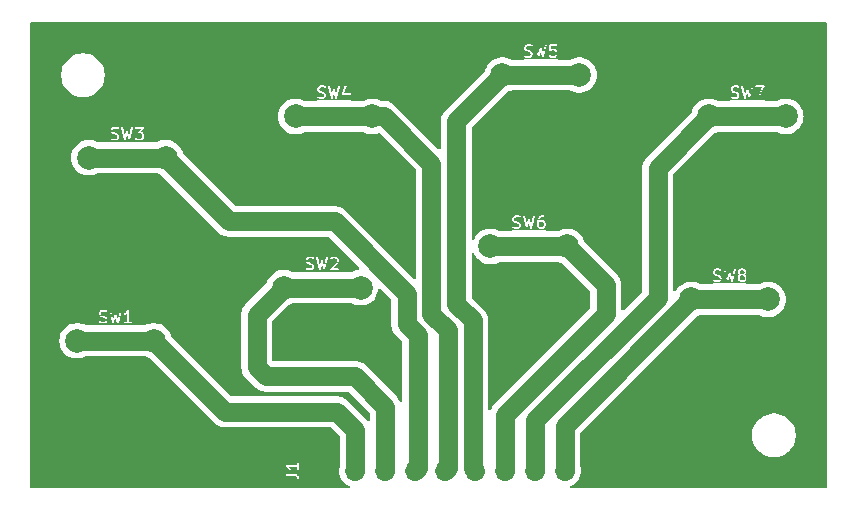
<source format=gbr>
%TF.GenerationSoftware,KiCad,Pcbnew,8.0.5*%
%TF.CreationDate,2024-11-12T13:57:52+11:00*%
%TF.ProjectId,wheel,77686565-6c2e-46b6-9963-61645f706362,rev?*%
%TF.SameCoordinates,Original*%
%TF.FileFunction,Copper,L1,Top*%
%TF.FilePolarity,Positive*%
%FSLAX46Y46*%
G04 Gerber Fmt 4.6, Leading zero omitted, Abs format (unit mm)*
G04 Created by KiCad (PCBNEW 8.0.5) date 2024-11-12 13:57:52*
%MOMM*%
%LPD*%
G01*
G04 APERTURE LIST*
%ADD10C,0.150000*%
%TA.AperFunction,ComponentPad*%
%ADD11C,2.000000*%
%TD*%
%TA.AperFunction,ComponentPad*%
%ADD12R,1.700000X1.700000*%
%TD*%
%TA.AperFunction,ComponentPad*%
%ADD13O,1.700000X1.700000*%
%TD*%
%TA.AperFunction,Conductor*%
%ADD14C,1.600000*%
%TD*%
%TA.AperFunction,Conductor*%
%ADD15C,0.200000*%
%TD*%
G04 APERTURE END LIST*
D10*
G36*
X145315795Y-62140930D02*
G01*
X142230556Y-62140930D01*
X142230556Y-61145295D01*
X142341667Y-61145295D01*
X142341667Y-61240533D01*
X142343108Y-61255165D01*
X142344139Y-61257654D01*
X142344330Y-61260342D01*
X142349585Y-61274074D01*
X142397204Y-61369312D01*
X142401168Y-61375611D01*
X142401926Y-61377439D01*
X142403614Y-61379495D01*
X142405036Y-61381755D01*
X142406534Y-61383054D01*
X142411253Y-61388804D01*
X142458872Y-61436423D01*
X142464621Y-61441141D01*
X142465921Y-61442640D01*
X142468180Y-61444061D01*
X142470237Y-61445750D01*
X142472064Y-61446507D01*
X142478364Y-61450472D01*
X142573602Y-61498091D01*
X142574671Y-61498500D01*
X142575107Y-61498823D01*
X142581243Y-61501015D01*
X142587333Y-61503346D01*
X142587873Y-61503384D01*
X142588953Y-61503770D01*
X142771443Y-61549392D01*
X142848430Y-61587886D01*
X142878837Y-61618293D01*
X142913095Y-61686809D01*
X142913095Y-61746637D01*
X142878836Y-61815153D01*
X142848429Y-61845561D01*
X142779914Y-61879819D01*
X142571694Y-61879819D01*
X142440384Y-61836049D01*
X142426047Y-61832789D01*
X142396857Y-61834864D01*
X142370684Y-61847950D01*
X142351510Y-61870057D01*
X142342256Y-61897820D01*
X142344331Y-61927010D01*
X142357417Y-61953183D01*
X142379524Y-61972357D01*
X142392950Y-61978351D01*
X142535806Y-62025970D01*
X142543061Y-62027619D01*
X142544892Y-62028378D01*
X142547545Y-62028639D01*
X142550143Y-62029230D01*
X142552117Y-62029089D01*
X142559524Y-62029819D01*
X142797619Y-62029819D01*
X142812251Y-62028378D01*
X142814740Y-62027346D01*
X142817428Y-62027156D01*
X142831160Y-62021901D01*
X142926398Y-61974282D01*
X142932697Y-61970317D01*
X142934525Y-61969560D01*
X142936581Y-61967872D01*
X142938841Y-61966450D01*
X142940141Y-61964950D01*
X142945891Y-61960232D01*
X142993509Y-61912613D01*
X142998227Y-61906863D01*
X142999726Y-61905564D01*
X143001147Y-61903305D01*
X143002837Y-61901247D01*
X143003594Y-61899417D01*
X143007558Y-61893121D01*
X143055177Y-61797883D01*
X143060432Y-61784152D01*
X143060623Y-61781462D01*
X143061654Y-61778974D01*
X143063095Y-61764342D01*
X143063095Y-61669104D01*
X143061654Y-61654472D01*
X143060623Y-61651983D01*
X143060432Y-61649294D01*
X143055177Y-61635563D01*
X143007558Y-61540325D01*
X143003593Y-61534025D01*
X143002836Y-61532198D01*
X143001147Y-61530141D01*
X142999726Y-61527882D01*
X142998227Y-61526582D01*
X142993509Y-61520833D01*
X142945890Y-61473214D01*
X142940140Y-61468495D01*
X142938841Y-61466997D01*
X142936581Y-61465575D01*
X142934525Y-61463887D01*
X142932697Y-61463129D01*
X142926398Y-61459165D01*
X142831160Y-61411546D01*
X142830090Y-61411136D01*
X142829655Y-61410814D01*
X142823509Y-61408618D01*
X142817428Y-61406291D01*
X142816888Y-61406252D01*
X142815809Y-61405867D01*
X142633319Y-61360244D01*
X142556332Y-61321751D01*
X142525925Y-61291344D01*
X142491667Y-61222828D01*
X142491667Y-61163000D01*
X142525925Y-61094484D01*
X142556332Y-61064077D01*
X142624848Y-61029819D01*
X142833068Y-61029819D01*
X142964377Y-61073589D01*
X142978714Y-61076849D01*
X143007904Y-61074774D01*
X143034078Y-61061688D01*
X143053252Y-61039580D01*
X143062506Y-61011818D01*
X143060431Y-60982628D01*
X143047928Y-60957623D01*
X143246481Y-60957623D01*
X143248469Y-60972191D01*
X143486564Y-61972191D01*
X143488293Y-61977210D01*
X143488533Y-61979012D01*
X143489475Y-61980640D01*
X143491354Y-61986091D01*
X143497740Y-61994915D01*
X143503195Y-62004337D01*
X143506252Y-62006677D01*
X143508511Y-62009798D01*
X143517786Y-62015505D01*
X143526433Y-62022124D01*
X143530153Y-62023116D01*
X143533433Y-62025134D01*
X143544187Y-62026858D01*
X143554709Y-62029664D01*
X143558524Y-62029157D01*
X143562328Y-62029767D01*
X143572926Y-62027243D01*
X143583717Y-62025810D01*
X143587048Y-62023881D01*
X143590796Y-62022989D01*
X143599620Y-62016602D01*
X143609042Y-62011148D01*
X143611382Y-62008090D01*
X143614503Y-62005832D01*
X143620210Y-61996556D01*
X143626829Y-61987910D01*
X143628854Y-61982510D01*
X143629839Y-61980910D01*
X143630126Y-61979118D01*
X143631992Y-61974144D01*
X143749999Y-61531613D01*
X143868008Y-61974144D01*
X143869873Y-61979119D01*
X143870161Y-61980910D01*
X143871145Y-61982509D01*
X143873171Y-61987911D01*
X143879791Y-61996559D01*
X143885497Y-62005832D01*
X143888617Y-62008090D01*
X143890958Y-62011148D01*
X143900379Y-62016602D01*
X143909204Y-62022989D01*
X143912951Y-62023881D01*
X143916283Y-62025810D01*
X143927076Y-62027244D01*
X143937672Y-62029767D01*
X143941473Y-62029157D01*
X143945292Y-62029665D01*
X143955823Y-62026856D01*
X143966567Y-62025134D01*
X143969843Y-62023118D01*
X143973567Y-62022125D01*
X143982217Y-62015503D01*
X143991489Y-62009798D01*
X143993747Y-62006677D01*
X143996805Y-62004337D01*
X144002260Y-61994914D01*
X144008646Y-61986091D01*
X144010523Y-61980642D01*
X144011467Y-61979013D01*
X144011706Y-61977209D01*
X144013436Y-61972191D01*
X144251532Y-60972191D01*
X144253520Y-60957623D01*
X144250724Y-60940187D01*
X144390727Y-60940187D01*
X144390727Y-60969451D01*
X144401926Y-60996487D01*
X144422618Y-61017179D01*
X144449654Y-61028378D01*
X144464286Y-61029819D01*
X145017211Y-61029819D01*
X144633445Y-61925275D01*
X144629006Y-61939292D01*
X144628649Y-61968553D01*
X144639517Y-61995723D01*
X144659956Y-62016667D01*
X144686854Y-62028194D01*
X144716115Y-62028551D01*
X144743285Y-62017683D01*
X144764229Y-61997244D01*
X144771317Y-61984363D01*
X145199888Y-60984363D01*
X145204327Y-60970347D01*
X145204332Y-60969881D01*
X145204511Y-60969451D01*
X145204511Y-60955265D01*
X145204684Y-60941085D01*
X145204511Y-60940652D01*
X145204511Y-60940187D01*
X145199089Y-60927097D01*
X145193816Y-60913915D01*
X145193490Y-60913581D01*
X145193312Y-60913151D01*
X145183272Y-60903111D01*
X145173377Y-60892972D01*
X145172949Y-60892788D01*
X145172620Y-60892459D01*
X145159485Y-60887018D01*
X145146479Y-60881444D01*
X145146014Y-60881438D01*
X145145584Y-60881260D01*
X145130952Y-60879819D01*
X144464286Y-60879819D01*
X144449654Y-60881260D01*
X144422618Y-60892459D01*
X144401926Y-60913151D01*
X144390727Y-60940187D01*
X144250724Y-60940187D01*
X144248887Y-60928728D01*
X144233551Y-60903806D01*
X144209844Y-60886650D01*
X144181376Y-60879871D01*
X144152481Y-60884504D01*
X144127559Y-60899840D01*
X144110402Y-60923547D01*
X144105612Y-60937448D01*
X143936359Y-61648303D01*
X143822468Y-61221208D01*
X143821182Y-61217780D01*
X143820991Y-61216339D01*
X143819999Y-61214626D01*
X143817305Y-61207442D01*
X143811290Y-61199583D01*
X143806329Y-61191015D01*
X143802470Y-61188061D01*
X143799518Y-61184204D01*
X143790953Y-61179245D01*
X143783091Y-61173227D01*
X143778394Y-61171974D01*
X143774193Y-61169542D01*
X143764386Y-61168239D01*
X143754816Y-61165687D01*
X143749997Y-61166327D01*
X143745185Y-61165688D01*
X143735624Y-61168237D01*
X143725807Y-61169542D01*
X143721601Y-61171976D01*
X143716909Y-61173228D01*
X143709049Y-61179243D01*
X143700482Y-61184204D01*
X143697528Y-61188062D01*
X143693671Y-61191015D01*
X143688712Y-61199580D01*
X143682695Y-61207441D01*
X143679998Y-61214630D01*
X143679009Y-61216340D01*
X143678817Y-61217779D01*
X143677532Y-61221208D01*
X143563640Y-61648303D01*
X143394389Y-60937447D01*
X143389599Y-60923547D01*
X143372442Y-60899840D01*
X143347520Y-60884504D01*
X143318625Y-60879871D01*
X143290157Y-60886649D01*
X143266450Y-60903806D01*
X143251114Y-60928728D01*
X143246481Y-60957623D01*
X143047928Y-60957623D01*
X143047344Y-60956455D01*
X143025237Y-60937281D01*
X143011812Y-60931287D01*
X142868955Y-60883668D01*
X142861701Y-60882018D01*
X142859870Y-60881260D01*
X142857215Y-60880998D01*
X142854618Y-60880408D01*
X142852643Y-60880548D01*
X142845238Y-60879819D01*
X142607143Y-60879819D01*
X142592511Y-60881260D01*
X142590022Y-60882290D01*
X142587333Y-60882482D01*
X142573602Y-60887737D01*
X142478364Y-60935356D01*
X142472064Y-60939320D01*
X142470237Y-60940078D01*
X142468180Y-60941766D01*
X142465921Y-60943188D01*
X142464621Y-60944686D01*
X142458872Y-60949405D01*
X142411253Y-60997024D01*
X142406534Y-61002773D01*
X142405036Y-61004073D01*
X142403614Y-61006332D01*
X142401926Y-61008389D01*
X142401168Y-61010216D01*
X142397204Y-61016516D01*
X142349585Y-61111754D01*
X142344330Y-61125486D01*
X142344139Y-61128173D01*
X142343108Y-61130663D01*
X142341667Y-61145295D01*
X142230556Y-61145295D01*
X142230556Y-60768708D01*
X145315795Y-60768708D01*
X145315795Y-62140930D01*
G37*
G36*
X126443668Y-72445029D02*
G01*
X126474075Y-72475436D01*
X126508333Y-72543952D01*
X126508333Y-72746637D01*
X126474074Y-72815153D01*
X126443667Y-72845561D01*
X126375152Y-72879819D01*
X126220086Y-72879819D01*
X126151570Y-72845561D01*
X126121163Y-72815153D01*
X126086905Y-72746637D01*
X126086905Y-72543952D01*
X126121163Y-72475436D01*
X126151570Y-72445029D01*
X126220086Y-72410771D01*
X126375152Y-72410771D01*
X126443668Y-72445029D01*
G37*
G36*
X126769444Y-73140930D02*
G01*
X123730556Y-73140930D01*
X123730556Y-72145295D01*
X123841667Y-72145295D01*
X123841667Y-72240533D01*
X123843108Y-72255165D01*
X123844139Y-72257654D01*
X123844330Y-72260342D01*
X123849585Y-72274074D01*
X123897204Y-72369312D01*
X123901168Y-72375611D01*
X123901926Y-72377439D01*
X123903614Y-72379495D01*
X123905036Y-72381755D01*
X123906534Y-72383054D01*
X123911253Y-72388804D01*
X123958872Y-72436423D01*
X123964621Y-72441141D01*
X123965921Y-72442640D01*
X123968180Y-72444061D01*
X123970237Y-72445750D01*
X123972064Y-72446507D01*
X123978364Y-72450472D01*
X124073602Y-72498091D01*
X124074671Y-72498500D01*
X124075107Y-72498823D01*
X124081243Y-72501015D01*
X124087333Y-72503346D01*
X124087873Y-72503384D01*
X124088953Y-72503770D01*
X124271443Y-72549392D01*
X124348430Y-72587886D01*
X124378837Y-72618293D01*
X124413095Y-72686809D01*
X124413095Y-72746637D01*
X124378836Y-72815153D01*
X124348429Y-72845561D01*
X124279914Y-72879819D01*
X124071694Y-72879819D01*
X123940384Y-72836049D01*
X123926047Y-72832789D01*
X123896857Y-72834864D01*
X123870684Y-72847950D01*
X123851510Y-72870057D01*
X123842256Y-72897820D01*
X123844331Y-72927010D01*
X123857417Y-72953183D01*
X123879524Y-72972357D01*
X123892950Y-72978351D01*
X124035806Y-73025970D01*
X124043061Y-73027619D01*
X124044892Y-73028378D01*
X124047545Y-73028639D01*
X124050143Y-73029230D01*
X124052117Y-73029089D01*
X124059524Y-73029819D01*
X124297619Y-73029819D01*
X124312251Y-73028378D01*
X124314740Y-73027346D01*
X124317428Y-73027156D01*
X124331160Y-73021901D01*
X124426398Y-72974282D01*
X124432697Y-72970317D01*
X124434525Y-72969560D01*
X124436581Y-72967872D01*
X124438841Y-72966450D01*
X124440141Y-72964950D01*
X124445891Y-72960232D01*
X124493509Y-72912613D01*
X124498227Y-72906863D01*
X124499726Y-72905564D01*
X124501147Y-72903305D01*
X124502837Y-72901247D01*
X124503594Y-72899417D01*
X124507558Y-72893121D01*
X124555177Y-72797883D01*
X124560432Y-72784152D01*
X124560623Y-72781462D01*
X124561654Y-72778974D01*
X124563095Y-72764342D01*
X124563095Y-72669104D01*
X124561654Y-72654472D01*
X124560623Y-72651983D01*
X124560432Y-72649294D01*
X124555177Y-72635563D01*
X124507558Y-72540325D01*
X124503593Y-72534025D01*
X124502836Y-72532198D01*
X124501147Y-72530141D01*
X124499726Y-72527882D01*
X124498227Y-72526582D01*
X124493509Y-72520833D01*
X124445890Y-72473214D01*
X124440140Y-72468495D01*
X124438841Y-72466997D01*
X124436581Y-72465575D01*
X124434525Y-72463887D01*
X124432697Y-72463129D01*
X124426398Y-72459165D01*
X124331160Y-72411546D01*
X124330090Y-72411136D01*
X124329655Y-72410814D01*
X124323509Y-72408618D01*
X124317428Y-72406291D01*
X124316888Y-72406252D01*
X124315809Y-72405867D01*
X124133319Y-72360244D01*
X124056332Y-72321751D01*
X124025925Y-72291344D01*
X123991667Y-72222828D01*
X123991667Y-72163000D01*
X124025925Y-72094484D01*
X124056332Y-72064077D01*
X124124848Y-72029819D01*
X124333068Y-72029819D01*
X124464377Y-72073589D01*
X124478714Y-72076849D01*
X124507904Y-72074774D01*
X124534078Y-72061688D01*
X124553252Y-72039580D01*
X124562506Y-72011818D01*
X124560431Y-71982628D01*
X124547928Y-71957623D01*
X124746481Y-71957623D01*
X124748469Y-71972191D01*
X124986564Y-72972191D01*
X124988293Y-72977210D01*
X124988533Y-72979012D01*
X124989475Y-72980640D01*
X124991354Y-72986091D01*
X124997740Y-72994915D01*
X125003195Y-73004337D01*
X125006252Y-73006677D01*
X125008511Y-73009798D01*
X125017786Y-73015505D01*
X125026433Y-73022124D01*
X125030153Y-73023116D01*
X125033433Y-73025134D01*
X125044187Y-73026858D01*
X125054709Y-73029664D01*
X125058524Y-73029157D01*
X125062328Y-73029767D01*
X125072926Y-73027243D01*
X125083717Y-73025810D01*
X125087048Y-73023881D01*
X125090796Y-73022989D01*
X125099620Y-73016602D01*
X125109042Y-73011148D01*
X125111382Y-73008090D01*
X125114503Y-73005832D01*
X125120210Y-72996556D01*
X125126829Y-72987910D01*
X125128854Y-72982510D01*
X125129839Y-72980910D01*
X125130126Y-72979118D01*
X125131992Y-72974144D01*
X125249999Y-72531613D01*
X125368008Y-72974144D01*
X125369873Y-72979119D01*
X125370161Y-72980910D01*
X125371145Y-72982509D01*
X125373171Y-72987911D01*
X125379791Y-72996559D01*
X125385497Y-73005832D01*
X125388617Y-73008090D01*
X125390958Y-73011148D01*
X125400379Y-73016602D01*
X125409204Y-73022989D01*
X125412951Y-73023881D01*
X125416283Y-73025810D01*
X125427076Y-73027244D01*
X125437672Y-73029767D01*
X125441473Y-73029157D01*
X125445292Y-73029665D01*
X125455823Y-73026856D01*
X125466567Y-73025134D01*
X125469843Y-73023118D01*
X125473567Y-73022125D01*
X125482217Y-73015503D01*
X125491489Y-73009798D01*
X125493747Y-73006677D01*
X125496805Y-73004337D01*
X125502260Y-72994914D01*
X125508646Y-72986091D01*
X125510523Y-72980642D01*
X125511467Y-72979013D01*
X125511706Y-72977209D01*
X125513436Y-72972191D01*
X125653627Y-72383390D01*
X125936905Y-72383390D01*
X125936905Y-72764342D01*
X125938346Y-72778974D01*
X125939377Y-72781463D01*
X125939568Y-72784151D01*
X125944823Y-72797883D01*
X125992442Y-72893121D01*
X125996405Y-72899417D01*
X125997163Y-72901247D01*
X125998852Y-72903305D01*
X126000274Y-72905564D01*
X126001772Y-72906863D01*
X126006490Y-72912612D01*
X126054109Y-72960232D01*
X126059858Y-72964950D01*
X126061159Y-72966450D01*
X126063418Y-72967872D01*
X126065475Y-72969560D01*
X126067302Y-72970317D01*
X126073602Y-72974282D01*
X126168840Y-73021901D01*
X126182571Y-73027156D01*
X126185260Y-73027347D01*
X126187749Y-73028378D01*
X126202381Y-73029819D01*
X126392857Y-73029819D01*
X126407489Y-73028378D01*
X126409978Y-73027346D01*
X126412666Y-73027156D01*
X126426398Y-73021901D01*
X126521636Y-72974282D01*
X126527935Y-72970317D01*
X126529763Y-72969560D01*
X126531819Y-72967872D01*
X126534079Y-72966450D01*
X126535379Y-72964950D01*
X126541129Y-72960232D01*
X126588747Y-72912613D01*
X126593465Y-72906863D01*
X126594964Y-72905564D01*
X126596385Y-72903305D01*
X126598075Y-72901247D01*
X126598832Y-72899417D01*
X126602796Y-72893121D01*
X126650415Y-72797883D01*
X126655670Y-72784152D01*
X126655861Y-72781462D01*
X126656892Y-72778974D01*
X126658333Y-72764342D01*
X126658333Y-72526247D01*
X126656892Y-72511615D01*
X126655861Y-72509126D01*
X126655670Y-72506437D01*
X126650415Y-72492706D01*
X126602796Y-72397468D01*
X126598831Y-72391168D01*
X126598074Y-72389341D01*
X126596385Y-72387284D01*
X126594964Y-72385025D01*
X126593465Y-72383725D01*
X126588747Y-72377976D01*
X126541128Y-72330357D01*
X126535378Y-72325638D01*
X126534079Y-72324140D01*
X126531819Y-72322718D01*
X126529763Y-72321030D01*
X126527935Y-72320272D01*
X126521636Y-72316308D01*
X126426398Y-72268689D01*
X126412666Y-72263434D01*
X126409978Y-72263243D01*
X126407489Y-72262212D01*
X126392857Y-72260771D01*
X126202381Y-72260771D01*
X126187749Y-72262212D01*
X126185260Y-72263242D01*
X126182571Y-72263434D01*
X126168840Y-72268689D01*
X126110610Y-72297804D01*
X126129134Y-72223707D01*
X126213046Y-72097838D01*
X126246808Y-72064077D01*
X126315324Y-72029819D01*
X126488095Y-72029819D01*
X126502727Y-72028378D01*
X126529763Y-72017179D01*
X126550455Y-71996487D01*
X126561654Y-71969451D01*
X126561654Y-71940187D01*
X126550455Y-71913151D01*
X126529763Y-71892459D01*
X126502727Y-71881260D01*
X126488095Y-71879819D01*
X126297619Y-71879819D01*
X126282987Y-71881260D01*
X126280498Y-71882290D01*
X126277809Y-71882482D01*
X126264078Y-71887737D01*
X126168840Y-71935356D01*
X126162540Y-71939320D01*
X126160713Y-71940078D01*
X126158656Y-71941766D01*
X126156397Y-71943188D01*
X126155097Y-71944686D01*
X126149348Y-71949405D01*
X126101729Y-71997024D01*
X126101695Y-71997064D01*
X126101674Y-71997079D01*
X126096890Y-72002920D01*
X126092402Y-72008389D01*
X126092392Y-72008411D01*
X126092358Y-72008454D01*
X125997120Y-72151311D01*
X125992813Y-72159389D01*
X125991710Y-72160878D01*
X125991081Y-72162637D01*
X125990203Y-72164285D01*
X125989843Y-72166101D01*
X125986763Y-72174724D01*
X125939144Y-72365200D01*
X125938768Y-72367736D01*
X125938346Y-72368758D01*
X125937803Y-72374270D01*
X125936994Y-72379744D01*
X125937156Y-72380836D01*
X125936905Y-72383390D01*
X125653627Y-72383390D01*
X125751532Y-71972191D01*
X125753520Y-71957623D01*
X125748887Y-71928728D01*
X125733551Y-71903806D01*
X125709844Y-71886650D01*
X125681376Y-71879871D01*
X125652481Y-71884504D01*
X125627559Y-71899840D01*
X125610402Y-71923547D01*
X125605612Y-71937448D01*
X125436359Y-72648303D01*
X125322468Y-72221208D01*
X125321182Y-72217780D01*
X125320991Y-72216339D01*
X125319999Y-72214626D01*
X125317305Y-72207442D01*
X125311290Y-72199583D01*
X125306329Y-72191015D01*
X125302470Y-72188061D01*
X125299518Y-72184204D01*
X125290953Y-72179245D01*
X125283091Y-72173227D01*
X125278394Y-72171974D01*
X125274193Y-72169542D01*
X125264386Y-72168239D01*
X125254816Y-72165687D01*
X125249997Y-72166327D01*
X125245185Y-72165688D01*
X125235624Y-72168237D01*
X125225807Y-72169542D01*
X125221601Y-72171976D01*
X125216909Y-72173228D01*
X125209049Y-72179243D01*
X125200482Y-72184204D01*
X125197528Y-72188062D01*
X125193671Y-72191015D01*
X125188712Y-72199580D01*
X125182695Y-72207441D01*
X125179998Y-72214630D01*
X125179009Y-72216340D01*
X125178817Y-72217779D01*
X125177532Y-72221208D01*
X125063640Y-72648303D01*
X124894389Y-71937447D01*
X124889599Y-71923547D01*
X124872442Y-71899840D01*
X124847520Y-71884504D01*
X124818625Y-71879871D01*
X124790157Y-71886649D01*
X124766450Y-71903806D01*
X124751114Y-71928728D01*
X124746481Y-71957623D01*
X124547928Y-71957623D01*
X124547344Y-71956455D01*
X124525237Y-71937281D01*
X124511812Y-71931287D01*
X124368955Y-71883668D01*
X124361701Y-71882018D01*
X124359870Y-71881260D01*
X124357215Y-71880998D01*
X124354618Y-71880408D01*
X124352643Y-71880548D01*
X124345238Y-71879819D01*
X124107143Y-71879819D01*
X124092511Y-71881260D01*
X124090022Y-71882290D01*
X124087333Y-71882482D01*
X124073602Y-71887737D01*
X123978364Y-71935356D01*
X123972064Y-71939320D01*
X123970237Y-71940078D01*
X123968180Y-71941766D01*
X123965921Y-71943188D01*
X123964621Y-71944686D01*
X123958872Y-71949405D01*
X123911253Y-71997024D01*
X123906534Y-72002773D01*
X123905036Y-72004073D01*
X123903614Y-72006332D01*
X123901926Y-72008389D01*
X123901168Y-72010216D01*
X123897204Y-72016516D01*
X123849585Y-72111754D01*
X123844330Y-72125486D01*
X123844139Y-72128173D01*
X123843108Y-72130663D01*
X123841667Y-72145295D01*
X123730556Y-72145295D01*
X123730556Y-71768708D01*
X126769444Y-71768708D01*
X126769444Y-73140930D01*
G37*
G36*
X127769444Y-58640930D02*
G01*
X124730556Y-58640930D01*
X124730556Y-57645295D01*
X124841667Y-57645295D01*
X124841667Y-57740533D01*
X124843108Y-57755165D01*
X124844139Y-57757654D01*
X124844330Y-57760342D01*
X124849585Y-57774074D01*
X124897204Y-57869312D01*
X124901168Y-57875611D01*
X124901926Y-57877439D01*
X124903614Y-57879495D01*
X124905036Y-57881755D01*
X124906534Y-57883054D01*
X124911253Y-57888804D01*
X124958872Y-57936423D01*
X124964621Y-57941141D01*
X124965921Y-57942640D01*
X124968180Y-57944061D01*
X124970237Y-57945750D01*
X124972064Y-57946507D01*
X124978364Y-57950472D01*
X125073602Y-57998091D01*
X125074671Y-57998500D01*
X125075107Y-57998823D01*
X125081243Y-58001015D01*
X125087333Y-58003346D01*
X125087873Y-58003384D01*
X125088953Y-58003770D01*
X125271443Y-58049392D01*
X125348430Y-58087886D01*
X125378837Y-58118293D01*
X125413095Y-58186809D01*
X125413095Y-58246637D01*
X125378836Y-58315153D01*
X125348429Y-58345561D01*
X125279914Y-58379819D01*
X125071694Y-58379819D01*
X124940384Y-58336049D01*
X124926047Y-58332789D01*
X124896857Y-58334864D01*
X124870684Y-58347950D01*
X124851510Y-58370057D01*
X124842256Y-58397820D01*
X124844331Y-58427010D01*
X124857417Y-58453183D01*
X124879524Y-58472357D01*
X124892950Y-58478351D01*
X125035806Y-58525970D01*
X125043061Y-58527619D01*
X125044892Y-58528378D01*
X125047545Y-58528639D01*
X125050143Y-58529230D01*
X125052117Y-58529089D01*
X125059524Y-58529819D01*
X125297619Y-58529819D01*
X125312251Y-58528378D01*
X125314740Y-58527346D01*
X125317428Y-58527156D01*
X125331160Y-58521901D01*
X125426398Y-58474282D01*
X125432697Y-58470317D01*
X125434525Y-58469560D01*
X125436581Y-58467872D01*
X125438841Y-58466450D01*
X125440141Y-58464950D01*
X125445891Y-58460232D01*
X125493509Y-58412613D01*
X125498227Y-58406863D01*
X125499726Y-58405564D01*
X125501147Y-58403305D01*
X125502837Y-58401247D01*
X125503594Y-58399417D01*
X125507558Y-58393121D01*
X125555177Y-58297883D01*
X125560432Y-58284152D01*
X125560623Y-58281462D01*
X125561654Y-58278974D01*
X125563095Y-58264342D01*
X125563095Y-58169104D01*
X125561654Y-58154472D01*
X125560623Y-58151983D01*
X125560432Y-58149294D01*
X125555177Y-58135563D01*
X125507558Y-58040325D01*
X125503593Y-58034025D01*
X125502836Y-58032198D01*
X125501147Y-58030141D01*
X125499726Y-58027882D01*
X125498227Y-58026582D01*
X125493509Y-58020833D01*
X125445890Y-57973214D01*
X125440140Y-57968495D01*
X125438841Y-57966997D01*
X125436581Y-57965575D01*
X125434525Y-57963887D01*
X125432697Y-57963129D01*
X125426398Y-57959165D01*
X125331160Y-57911546D01*
X125330090Y-57911136D01*
X125329655Y-57910814D01*
X125323509Y-57908618D01*
X125317428Y-57906291D01*
X125316888Y-57906252D01*
X125315809Y-57905867D01*
X125133319Y-57860244D01*
X125056332Y-57821751D01*
X125025925Y-57791344D01*
X124991667Y-57722828D01*
X124991667Y-57663000D01*
X125025925Y-57594484D01*
X125056332Y-57564077D01*
X125124848Y-57529819D01*
X125333068Y-57529819D01*
X125464377Y-57573589D01*
X125478714Y-57576849D01*
X125507904Y-57574774D01*
X125534078Y-57561688D01*
X125553252Y-57539580D01*
X125562506Y-57511818D01*
X125560431Y-57482628D01*
X125547928Y-57457623D01*
X125746481Y-57457623D01*
X125748469Y-57472191D01*
X125986564Y-58472191D01*
X125988293Y-58477210D01*
X125988533Y-58479012D01*
X125989475Y-58480640D01*
X125991354Y-58486091D01*
X125997740Y-58494915D01*
X126003195Y-58504337D01*
X126006252Y-58506677D01*
X126008511Y-58509798D01*
X126017786Y-58515505D01*
X126026433Y-58522124D01*
X126030153Y-58523116D01*
X126033433Y-58525134D01*
X126044187Y-58526858D01*
X126054709Y-58529664D01*
X126058524Y-58529157D01*
X126062328Y-58529767D01*
X126072926Y-58527243D01*
X126083717Y-58525810D01*
X126087048Y-58523881D01*
X126090796Y-58522989D01*
X126099620Y-58516602D01*
X126109042Y-58511148D01*
X126111382Y-58508090D01*
X126114503Y-58505832D01*
X126120210Y-58496556D01*
X126126829Y-58487910D01*
X126128854Y-58482510D01*
X126129839Y-58480910D01*
X126130126Y-58479118D01*
X126131992Y-58474144D01*
X126249999Y-58031613D01*
X126368008Y-58474144D01*
X126369873Y-58479119D01*
X126370161Y-58480910D01*
X126371145Y-58482509D01*
X126373171Y-58487911D01*
X126379791Y-58496559D01*
X126385497Y-58505832D01*
X126388617Y-58508090D01*
X126390958Y-58511148D01*
X126400379Y-58516602D01*
X126409204Y-58522989D01*
X126412951Y-58523881D01*
X126416283Y-58525810D01*
X126427076Y-58527244D01*
X126437672Y-58529767D01*
X126441473Y-58529157D01*
X126445292Y-58529665D01*
X126455823Y-58526856D01*
X126466567Y-58525134D01*
X126469843Y-58523118D01*
X126473567Y-58522125D01*
X126482217Y-58515503D01*
X126491489Y-58509798D01*
X126493747Y-58506677D01*
X126496805Y-58504337D01*
X126502260Y-58494914D01*
X126508646Y-58486091D01*
X126510523Y-58480642D01*
X126511467Y-58479013D01*
X126511706Y-58477209D01*
X126513436Y-58472191D01*
X126640565Y-57938249D01*
X126937255Y-57938249D01*
X126938346Y-57941864D01*
X126938346Y-57945640D01*
X126942540Y-57955765D01*
X126945708Y-57966265D01*
X126948099Y-57969188D01*
X126949545Y-57972677D01*
X126957298Y-57980430D01*
X126964239Y-57988913D01*
X126967565Y-57990697D01*
X126970237Y-57993369D01*
X126980364Y-57997564D01*
X126990026Y-58002747D01*
X126993785Y-58003122D01*
X126997274Y-58004568D01*
X127008235Y-58004568D01*
X127019145Y-58005659D01*
X127022761Y-58004568D01*
X127026536Y-58004568D01*
X127036661Y-58000373D01*
X127047161Y-57997206D01*
X127050084Y-57994814D01*
X127053573Y-57993369D01*
X127064938Y-57984042D01*
X127103951Y-57945029D01*
X127172467Y-57910771D01*
X127375152Y-57910771D01*
X127443668Y-57945029D01*
X127474075Y-57975436D01*
X127508333Y-58043952D01*
X127508333Y-58246637D01*
X127474074Y-58315153D01*
X127443667Y-58345561D01*
X127375152Y-58379819D01*
X127172467Y-58379819D01*
X127103951Y-58345561D01*
X127064939Y-58306548D01*
X127053573Y-58297220D01*
X127026537Y-58286021D01*
X126997274Y-58286021D01*
X126970238Y-58297219D01*
X126949545Y-58317912D01*
X126938346Y-58344948D01*
X126938346Y-58374211D01*
X126949544Y-58401247D01*
X126958871Y-58412612D01*
X127006490Y-58460232D01*
X127012239Y-58464950D01*
X127013540Y-58466450D01*
X127015799Y-58467872D01*
X127017856Y-58469560D01*
X127019683Y-58470317D01*
X127025983Y-58474282D01*
X127121221Y-58521901D01*
X127134952Y-58527156D01*
X127137641Y-58527347D01*
X127140130Y-58528378D01*
X127154762Y-58529819D01*
X127392857Y-58529819D01*
X127407489Y-58528378D01*
X127409978Y-58527346D01*
X127412666Y-58527156D01*
X127426398Y-58521901D01*
X127521636Y-58474282D01*
X127527935Y-58470317D01*
X127529763Y-58469560D01*
X127531819Y-58467872D01*
X127534079Y-58466450D01*
X127535379Y-58464950D01*
X127541129Y-58460232D01*
X127588747Y-58412613D01*
X127593465Y-58406863D01*
X127594964Y-58405564D01*
X127596385Y-58403305D01*
X127598075Y-58401247D01*
X127598832Y-58399417D01*
X127602796Y-58393121D01*
X127650415Y-58297883D01*
X127655670Y-58284152D01*
X127655861Y-58281462D01*
X127656892Y-58278974D01*
X127658333Y-58264342D01*
X127658333Y-58026247D01*
X127656892Y-58011615D01*
X127655861Y-58009126D01*
X127655670Y-58006437D01*
X127650415Y-57992706D01*
X127602796Y-57897468D01*
X127598831Y-57891168D01*
X127598074Y-57889341D01*
X127596385Y-57887284D01*
X127594964Y-57885025D01*
X127593465Y-57883725D01*
X127588747Y-57877976D01*
X127541128Y-57830357D01*
X127535378Y-57825638D01*
X127534079Y-57824140D01*
X127531819Y-57822718D01*
X127529763Y-57821030D01*
X127527935Y-57820272D01*
X127521636Y-57816308D01*
X127426398Y-57768689D01*
X127412666Y-57763434D01*
X127409978Y-57763243D01*
X127407489Y-57762212D01*
X127392857Y-57760771D01*
X127154762Y-57760771D01*
X127140130Y-57762212D01*
X127137641Y-57763242D01*
X127134952Y-57763434D01*
X127121221Y-57768689D01*
X127102579Y-57778009D01*
X127127398Y-57529819D01*
X127535714Y-57529819D01*
X127550346Y-57528378D01*
X127577382Y-57517179D01*
X127598074Y-57496487D01*
X127609273Y-57469451D01*
X127609273Y-57440187D01*
X127598074Y-57413151D01*
X127577382Y-57392459D01*
X127550346Y-57381260D01*
X127535714Y-57379819D01*
X127059524Y-57379819D01*
X127054112Y-57380351D01*
X127052284Y-57380169D01*
X127050497Y-57380707D01*
X127044892Y-57381260D01*
X127034765Y-57385454D01*
X127024268Y-57388622D01*
X127021344Y-57391013D01*
X127017856Y-57392459D01*
X127010102Y-57400212D01*
X127001620Y-57407153D01*
X126999835Y-57410479D01*
X126997164Y-57413151D01*
X126992968Y-57423280D01*
X126987786Y-57432940D01*
X126986678Y-57438464D01*
X126985965Y-57440187D01*
X126985965Y-57442023D01*
X126984896Y-57447356D01*
X126937277Y-57923546D01*
X126937255Y-57938249D01*
X126640565Y-57938249D01*
X126751532Y-57472191D01*
X126753520Y-57457623D01*
X126748887Y-57428728D01*
X126733551Y-57403806D01*
X126709844Y-57386650D01*
X126681376Y-57379871D01*
X126652481Y-57384504D01*
X126627559Y-57399840D01*
X126610402Y-57423547D01*
X126605612Y-57437448D01*
X126436359Y-58148303D01*
X126322468Y-57721208D01*
X126321182Y-57717780D01*
X126320991Y-57716339D01*
X126319999Y-57714626D01*
X126317305Y-57707442D01*
X126311290Y-57699583D01*
X126306329Y-57691015D01*
X126302470Y-57688061D01*
X126299518Y-57684204D01*
X126290953Y-57679245D01*
X126283091Y-57673227D01*
X126278394Y-57671974D01*
X126274193Y-57669542D01*
X126264386Y-57668239D01*
X126254816Y-57665687D01*
X126249997Y-57666327D01*
X126245185Y-57665688D01*
X126235624Y-57668237D01*
X126225807Y-57669542D01*
X126221601Y-57671976D01*
X126216909Y-57673228D01*
X126209049Y-57679243D01*
X126200482Y-57684204D01*
X126197528Y-57688062D01*
X126193671Y-57691015D01*
X126188712Y-57699580D01*
X126182695Y-57707441D01*
X126179998Y-57714630D01*
X126179009Y-57716340D01*
X126178817Y-57717779D01*
X126177532Y-57721208D01*
X126063640Y-58148303D01*
X125894389Y-57437447D01*
X125889599Y-57423547D01*
X125872442Y-57399840D01*
X125847520Y-57384504D01*
X125818625Y-57379871D01*
X125790157Y-57386649D01*
X125766450Y-57403806D01*
X125751114Y-57428728D01*
X125746481Y-57457623D01*
X125547928Y-57457623D01*
X125547344Y-57456455D01*
X125525237Y-57437281D01*
X125511812Y-57431287D01*
X125368955Y-57383668D01*
X125361701Y-57382018D01*
X125359870Y-57381260D01*
X125357215Y-57380998D01*
X125354618Y-57380408D01*
X125352643Y-57380548D01*
X125345238Y-57379819D01*
X125107143Y-57379819D01*
X125092511Y-57381260D01*
X125090022Y-57382290D01*
X125087333Y-57382482D01*
X125073602Y-57387737D01*
X124978364Y-57435356D01*
X124972064Y-57439320D01*
X124970237Y-57440078D01*
X124968180Y-57441766D01*
X124965921Y-57443188D01*
X124964621Y-57444686D01*
X124958872Y-57449405D01*
X124911253Y-57497024D01*
X124906534Y-57502773D01*
X124905036Y-57504073D01*
X124903614Y-57506332D01*
X124901926Y-57508389D01*
X124901168Y-57510216D01*
X124897204Y-57516516D01*
X124849585Y-57611754D01*
X124844330Y-57625486D01*
X124844139Y-57628173D01*
X124843108Y-57630663D01*
X124841667Y-57645295D01*
X124730556Y-57645295D01*
X124730556Y-57268708D01*
X127769444Y-57268708D01*
X127769444Y-58640930D01*
G37*
G36*
X110315622Y-62140930D02*
G01*
X107230556Y-62140930D01*
X107230556Y-61145295D01*
X107341667Y-61145295D01*
X107341667Y-61240533D01*
X107343108Y-61255165D01*
X107344139Y-61257654D01*
X107344330Y-61260342D01*
X107349585Y-61274074D01*
X107397204Y-61369312D01*
X107401168Y-61375611D01*
X107401926Y-61377439D01*
X107403614Y-61379495D01*
X107405036Y-61381755D01*
X107406534Y-61383054D01*
X107411253Y-61388804D01*
X107458872Y-61436423D01*
X107464621Y-61441141D01*
X107465921Y-61442640D01*
X107468180Y-61444061D01*
X107470237Y-61445750D01*
X107472064Y-61446507D01*
X107478364Y-61450472D01*
X107573602Y-61498091D01*
X107574671Y-61498500D01*
X107575107Y-61498823D01*
X107581243Y-61501015D01*
X107587333Y-61503346D01*
X107587873Y-61503384D01*
X107588953Y-61503770D01*
X107771443Y-61549392D01*
X107848430Y-61587886D01*
X107878837Y-61618293D01*
X107913095Y-61686809D01*
X107913095Y-61746637D01*
X107878836Y-61815153D01*
X107848429Y-61845561D01*
X107779914Y-61879819D01*
X107571694Y-61879819D01*
X107440384Y-61836049D01*
X107426047Y-61832789D01*
X107396857Y-61834864D01*
X107370684Y-61847950D01*
X107351510Y-61870057D01*
X107342256Y-61897820D01*
X107344331Y-61927010D01*
X107357417Y-61953183D01*
X107379524Y-61972357D01*
X107392950Y-61978351D01*
X107535806Y-62025970D01*
X107543061Y-62027619D01*
X107544892Y-62028378D01*
X107547545Y-62028639D01*
X107550143Y-62029230D01*
X107552117Y-62029089D01*
X107559524Y-62029819D01*
X107797619Y-62029819D01*
X107812251Y-62028378D01*
X107814740Y-62027346D01*
X107817428Y-62027156D01*
X107831160Y-62021901D01*
X107926398Y-61974282D01*
X107932697Y-61970317D01*
X107934525Y-61969560D01*
X107936581Y-61967872D01*
X107938841Y-61966450D01*
X107940141Y-61964950D01*
X107945891Y-61960232D01*
X107993509Y-61912613D01*
X107998227Y-61906863D01*
X107999726Y-61905564D01*
X108001147Y-61903305D01*
X108002837Y-61901247D01*
X108003594Y-61899417D01*
X108007558Y-61893121D01*
X108055177Y-61797883D01*
X108060432Y-61784152D01*
X108060623Y-61781462D01*
X108061654Y-61778974D01*
X108063095Y-61764342D01*
X108063095Y-61669104D01*
X108061654Y-61654472D01*
X108060623Y-61651983D01*
X108060432Y-61649294D01*
X108055177Y-61635563D01*
X108007558Y-61540325D01*
X108003593Y-61534025D01*
X108002836Y-61532198D01*
X108001147Y-61530141D01*
X107999726Y-61527882D01*
X107998227Y-61526582D01*
X107993509Y-61520833D01*
X107945890Y-61473214D01*
X107940140Y-61468495D01*
X107938841Y-61466997D01*
X107936581Y-61465575D01*
X107934525Y-61463887D01*
X107932697Y-61463129D01*
X107926398Y-61459165D01*
X107831160Y-61411546D01*
X107830090Y-61411136D01*
X107829655Y-61410814D01*
X107823509Y-61408618D01*
X107817428Y-61406291D01*
X107816888Y-61406252D01*
X107815809Y-61405867D01*
X107633319Y-61360244D01*
X107556332Y-61321751D01*
X107525925Y-61291344D01*
X107491667Y-61222828D01*
X107491667Y-61163000D01*
X107525925Y-61094484D01*
X107556332Y-61064077D01*
X107624848Y-61029819D01*
X107833068Y-61029819D01*
X107964377Y-61073589D01*
X107978714Y-61076849D01*
X108007904Y-61074774D01*
X108034078Y-61061688D01*
X108053252Y-61039580D01*
X108062506Y-61011818D01*
X108060431Y-60982628D01*
X108047928Y-60957623D01*
X108246481Y-60957623D01*
X108248469Y-60972191D01*
X108486564Y-61972191D01*
X108488293Y-61977210D01*
X108488533Y-61979012D01*
X108489475Y-61980640D01*
X108491354Y-61986091D01*
X108497740Y-61994915D01*
X108503195Y-62004337D01*
X108506252Y-62006677D01*
X108508511Y-62009798D01*
X108517786Y-62015505D01*
X108526433Y-62022124D01*
X108530153Y-62023116D01*
X108533433Y-62025134D01*
X108544187Y-62026858D01*
X108554709Y-62029664D01*
X108558524Y-62029157D01*
X108562328Y-62029767D01*
X108572926Y-62027243D01*
X108583717Y-62025810D01*
X108587048Y-62023881D01*
X108590796Y-62022989D01*
X108599620Y-62016602D01*
X108609042Y-62011148D01*
X108611382Y-62008090D01*
X108614503Y-62005832D01*
X108620210Y-61996556D01*
X108626829Y-61987910D01*
X108628854Y-61982510D01*
X108629839Y-61980910D01*
X108630126Y-61979118D01*
X108631992Y-61974144D01*
X108749999Y-61531613D01*
X108868008Y-61974144D01*
X108869873Y-61979119D01*
X108870161Y-61980910D01*
X108871145Y-61982509D01*
X108873171Y-61987911D01*
X108879791Y-61996559D01*
X108885497Y-62005832D01*
X108888617Y-62008090D01*
X108890958Y-62011148D01*
X108900379Y-62016602D01*
X108909204Y-62022989D01*
X108912951Y-62023881D01*
X108916283Y-62025810D01*
X108927076Y-62027244D01*
X108937672Y-62029767D01*
X108941473Y-62029157D01*
X108945292Y-62029665D01*
X108955823Y-62026856D01*
X108966567Y-62025134D01*
X108969843Y-62023118D01*
X108973567Y-62022125D01*
X108982217Y-62015503D01*
X108991489Y-62009798D01*
X108993747Y-62006677D01*
X108996805Y-62004337D01*
X109002260Y-61994914D01*
X109008646Y-61986091D01*
X109010523Y-61980642D01*
X109011467Y-61979013D01*
X109011706Y-61977209D01*
X109013436Y-61972191D01*
X109099171Y-61612105D01*
X109437494Y-61612105D01*
X109438346Y-61624090D01*
X109438346Y-61636117D01*
X109439378Y-61638608D01*
X109439569Y-61641295D01*
X109444943Y-61652044D01*
X109449545Y-61663153D01*
X109451450Y-61665058D01*
X109452655Y-61667468D01*
X109461737Y-61675345D01*
X109470237Y-61683845D01*
X109472725Y-61684875D01*
X109474762Y-61686642D01*
X109486165Y-61690443D01*
X109497273Y-61695044D01*
X109501099Y-61695420D01*
X109502525Y-61695896D01*
X109504499Y-61695755D01*
X109511905Y-61696485D01*
X109913095Y-61696485D01*
X109913095Y-61954819D01*
X109914536Y-61969451D01*
X109925735Y-61996487D01*
X109946427Y-62017179D01*
X109973463Y-62028378D01*
X110002727Y-62028378D01*
X110029763Y-62017179D01*
X110050455Y-61996487D01*
X110061654Y-61969451D01*
X110063095Y-61954819D01*
X110063095Y-61696485D01*
X110130952Y-61696485D01*
X110145584Y-61695044D01*
X110172620Y-61683845D01*
X110193312Y-61663153D01*
X110204511Y-61636117D01*
X110204511Y-61606853D01*
X110193312Y-61579817D01*
X110172620Y-61559125D01*
X110145584Y-61547926D01*
X110130952Y-61546485D01*
X110063095Y-61546485D01*
X110063095Y-61288152D01*
X110061654Y-61273520D01*
X110050455Y-61246484D01*
X110029763Y-61225792D01*
X110002727Y-61214593D01*
X109973463Y-61214593D01*
X109946427Y-61225792D01*
X109925735Y-61246484D01*
X109914536Y-61273520D01*
X109913095Y-61288152D01*
X109913095Y-61546485D01*
X109615962Y-61546485D01*
X109821151Y-60930918D01*
X109824411Y-60916581D01*
X109822336Y-60887391D01*
X109809250Y-60861217D01*
X109787142Y-60842043D01*
X109759380Y-60832789D01*
X109730190Y-60834864D01*
X109704017Y-60847951D01*
X109684843Y-60870058D01*
X109678849Y-60883483D01*
X109440754Y-61597768D01*
X109439104Y-61605021D01*
X109438346Y-61606853D01*
X109438346Y-61608358D01*
X109437494Y-61612105D01*
X109099171Y-61612105D01*
X109251532Y-60972191D01*
X109253520Y-60957623D01*
X109248887Y-60928728D01*
X109233551Y-60903806D01*
X109209844Y-60886650D01*
X109181376Y-60879871D01*
X109152481Y-60884504D01*
X109127559Y-60899840D01*
X109110402Y-60923547D01*
X109105612Y-60937448D01*
X108936359Y-61648303D01*
X108822468Y-61221208D01*
X108821182Y-61217780D01*
X108820991Y-61216339D01*
X108819999Y-61214626D01*
X108817305Y-61207442D01*
X108811290Y-61199583D01*
X108806329Y-61191015D01*
X108802470Y-61188061D01*
X108799518Y-61184204D01*
X108790953Y-61179245D01*
X108783091Y-61173227D01*
X108778394Y-61171974D01*
X108774193Y-61169542D01*
X108764386Y-61168239D01*
X108754816Y-61165687D01*
X108749997Y-61166327D01*
X108745185Y-61165688D01*
X108735624Y-61168237D01*
X108725807Y-61169542D01*
X108721601Y-61171976D01*
X108716909Y-61173228D01*
X108709049Y-61179243D01*
X108700482Y-61184204D01*
X108697528Y-61188062D01*
X108693671Y-61191015D01*
X108688712Y-61199580D01*
X108682695Y-61207441D01*
X108679998Y-61214630D01*
X108679009Y-61216340D01*
X108678817Y-61217779D01*
X108677532Y-61221208D01*
X108563640Y-61648303D01*
X108394389Y-60937447D01*
X108389599Y-60923547D01*
X108372442Y-60899840D01*
X108347520Y-60884504D01*
X108318625Y-60879871D01*
X108290157Y-60886649D01*
X108266450Y-60903806D01*
X108251114Y-60928728D01*
X108246481Y-60957623D01*
X108047928Y-60957623D01*
X108047344Y-60956455D01*
X108025237Y-60937281D01*
X108011812Y-60931287D01*
X107868955Y-60883668D01*
X107861701Y-60882018D01*
X107859870Y-60881260D01*
X107857215Y-60880998D01*
X107854618Y-60880408D01*
X107852643Y-60880548D01*
X107845238Y-60879819D01*
X107607143Y-60879819D01*
X107592511Y-60881260D01*
X107590022Y-60882290D01*
X107587333Y-60882482D01*
X107573602Y-60887737D01*
X107478364Y-60935356D01*
X107472064Y-60939320D01*
X107470237Y-60940078D01*
X107468180Y-60941766D01*
X107465921Y-60943188D01*
X107464621Y-60944686D01*
X107458872Y-60949405D01*
X107411253Y-60997024D01*
X107406534Y-61002773D01*
X107405036Y-61004073D01*
X107403614Y-61006332D01*
X107401926Y-61008389D01*
X107401168Y-61010216D01*
X107397204Y-61016516D01*
X107349585Y-61111754D01*
X107344330Y-61125486D01*
X107344139Y-61128173D01*
X107343108Y-61130663D01*
X107341667Y-61145295D01*
X107230556Y-61145295D01*
X107230556Y-60721678D01*
X110315622Y-60721678D01*
X110315622Y-62140930D01*
G37*
G36*
X92769444Y-65640930D02*
G01*
X89730556Y-65640930D01*
X89730556Y-64645295D01*
X89841667Y-64645295D01*
X89841667Y-64740533D01*
X89843108Y-64755165D01*
X89844139Y-64757654D01*
X89844330Y-64760342D01*
X89849585Y-64774074D01*
X89897204Y-64869312D01*
X89901168Y-64875611D01*
X89901926Y-64877439D01*
X89903614Y-64879495D01*
X89905036Y-64881755D01*
X89906534Y-64883054D01*
X89911253Y-64888804D01*
X89958872Y-64936423D01*
X89964621Y-64941141D01*
X89965921Y-64942640D01*
X89968180Y-64944061D01*
X89970237Y-64945750D01*
X89972064Y-64946507D01*
X89978364Y-64950472D01*
X90073602Y-64998091D01*
X90074671Y-64998500D01*
X90075107Y-64998823D01*
X90081243Y-65001015D01*
X90087333Y-65003346D01*
X90087873Y-65003384D01*
X90088953Y-65003770D01*
X90271443Y-65049392D01*
X90348430Y-65087886D01*
X90378837Y-65118293D01*
X90413095Y-65186809D01*
X90413095Y-65246637D01*
X90378836Y-65315153D01*
X90348429Y-65345561D01*
X90279914Y-65379819D01*
X90071694Y-65379819D01*
X89940384Y-65336049D01*
X89926047Y-65332789D01*
X89896857Y-65334864D01*
X89870684Y-65347950D01*
X89851510Y-65370057D01*
X89842256Y-65397820D01*
X89844331Y-65427010D01*
X89857417Y-65453183D01*
X89879524Y-65472357D01*
X89892950Y-65478351D01*
X90035806Y-65525970D01*
X90043061Y-65527619D01*
X90044892Y-65528378D01*
X90047545Y-65528639D01*
X90050143Y-65529230D01*
X90052117Y-65529089D01*
X90059524Y-65529819D01*
X90297619Y-65529819D01*
X90312251Y-65528378D01*
X90314740Y-65527346D01*
X90317428Y-65527156D01*
X90331160Y-65521901D01*
X90426398Y-65474282D01*
X90432697Y-65470317D01*
X90434525Y-65469560D01*
X90436581Y-65467872D01*
X90438841Y-65466450D01*
X90440141Y-65464950D01*
X90445891Y-65460232D01*
X90493509Y-65412613D01*
X90498227Y-65406863D01*
X90499726Y-65405564D01*
X90501147Y-65403305D01*
X90502837Y-65401247D01*
X90503594Y-65399417D01*
X90507558Y-65393121D01*
X90555177Y-65297883D01*
X90560432Y-65284152D01*
X90560623Y-65281462D01*
X90561654Y-65278974D01*
X90563095Y-65264342D01*
X90563095Y-65169104D01*
X90561654Y-65154472D01*
X90560623Y-65151983D01*
X90560432Y-65149294D01*
X90555177Y-65135563D01*
X90507558Y-65040325D01*
X90503593Y-65034025D01*
X90502836Y-65032198D01*
X90501147Y-65030141D01*
X90499726Y-65027882D01*
X90498227Y-65026582D01*
X90493509Y-65020833D01*
X90445890Y-64973214D01*
X90440140Y-64968495D01*
X90438841Y-64966997D01*
X90436581Y-64965575D01*
X90434525Y-64963887D01*
X90432697Y-64963129D01*
X90426398Y-64959165D01*
X90331160Y-64911546D01*
X90330090Y-64911136D01*
X90329655Y-64910814D01*
X90323509Y-64908618D01*
X90317428Y-64906291D01*
X90316888Y-64906252D01*
X90315809Y-64905867D01*
X90133319Y-64860244D01*
X90056332Y-64821751D01*
X90025925Y-64791344D01*
X89991667Y-64722828D01*
X89991667Y-64663000D01*
X90025925Y-64594484D01*
X90056332Y-64564077D01*
X90124848Y-64529819D01*
X90333068Y-64529819D01*
X90464377Y-64573589D01*
X90478714Y-64576849D01*
X90507904Y-64574774D01*
X90534078Y-64561688D01*
X90553252Y-64539580D01*
X90562506Y-64511818D01*
X90560431Y-64482628D01*
X90547928Y-64457623D01*
X90746481Y-64457623D01*
X90748469Y-64472191D01*
X90986564Y-65472191D01*
X90988293Y-65477210D01*
X90988533Y-65479012D01*
X90989475Y-65480640D01*
X90991354Y-65486091D01*
X90997740Y-65494915D01*
X91003195Y-65504337D01*
X91006252Y-65506677D01*
X91008511Y-65509798D01*
X91017786Y-65515505D01*
X91026433Y-65522124D01*
X91030153Y-65523116D01*
X91033433Y-65525134D01*
X91044187Y-65526858D01*
X91054709Y-65529664D01*
X91058524Y-65529157D01*
X91062328Y-65529767D01*
X91072926Y-65527243D01*
X91083717Y-65525810D01*
X91087048Y-65523881D01*
X91090796Y-65522989D01*
X91099620Y-65516602D01*
X91109042Y-65511148D01*
X91111382Y-65508090D01*
X91114503Y-65505832D01*
X91120210Y-65496556D01*
X91126829Y-65487910D01*
X91128854Y-65482510D01*
X91129839Y-65480910D01*
X91130126Y-65479118D01*
X91131992Y-65474144D01*
X91249999Y-65031613D01*
X91368008Y-65474144D01*
X91369873Y-65479119D01*
X91370161Y-65480910D01*
X91371145Y-65482509D01*
X91373171Y-65487911D01*
X91379791Y-65496559D01*
X91385497Y-65505832D01*
X91388617Y-65508090D01*
X91390958Y-65511148D01*
X91400379Y-65516602D01*
X91409204Y-65522989D01*
X91412951Y-65523881D01*
X91416283Y-65525810D01*
X91427076Y-65527244D01*
X91437672Y-65529767D01*
X91441473Y-65529157D01*
X91445292Y-65529665D01*
X91455823Y-65526856D01*
X91466567Y-65525134D01*
X91469843Y-65523118D01*
X91473567Y-65522125D01*
X91482217Y-65515503D01*
X91491489Y-65509798D01*
X91493747Y-65506677D01*
X91496805Y-65504337D01*
X91502260Y-65494914D01*
X91508646Y-65486091D01*
X91510523Y-65480642D01*
X91511467Y-65479013D01*
X91511706Y-65477209D01*
X91513436Y-65472191D01*
X91751532Y-64472191D01*
X91753520Y-64457623D01*
X91750724Y-64440187D01*
X91890727Y-64440187D01*
X91890727Y-64469451D01*
X91901926Y-64496487D01*
X91922618Y-64517179D01*
X91949654Y-64528378D01*
X91964286Y-64529819D01*
X92418051Y-64529819D01*
X92193557Y-64786383D01*
X92189035Y-64792707D01*
X92187640Y-64794103D01*
X92187091Y-64795426D01*
X92185006Y-64798344D01*
X92181104Y-64809881D01*
X92176441Y-64821139D01*
X92176441Y-64823669D01*
X92175631Y-64826065D01*
X92176441Y-64838218D01*
X92176441Y-64850403D01*
X92177408Y-64852739D01*
X92177577Y-64855263D01*
X92182979Y-64866188D01*
X92187640Y-64877439D01*
X92189426Y-64879225D01*
X92190549Y-64881495D01*
X92199721Y-64889520D01*
X92208332Y-64898131D01*
X92210668Y-64899099D01*
X92212573Y-64900765D01*
X92224110Y-64904666D01*
X92235368Y-64909330D01*
X92238938Y-64909681D01*
X92240294Y-64910140D01*
X92242261Y-64910008D01*
X92250000Y-64910771D01*
X92375152Y-64910771D01*
X92443668Y-64945029D01*
X92474075Y-64975436D01*
X92508333Y-65043952D01*
X92508333Y-65246637D01*
X92474074Y-65315153D01*
X92443667Y-65345561D01*
X92375152Y-65379819D01*
X92124848Y-65379819D01*
X92056332Y-65345561D01*
X92017320Y-65306548D01*
X92005954Y-65297220D01*
X91978918Y-65286021D01*
X91949655Y-65286021D01*
X91922619Y-65297219D01*
X91901926Y-65317912D01*
X91890727Y-65344948D01*
X91890727Y-65374211D01*
X91901925Y-65401247D01*
X91911252Y-65412612D01*
X91958871Y-65460232D01*
X91964620Y-65464950D01*
X91965921Y-65466450D01*
X91968180Y-65467872D01*
X91970237Y-65469560D01*
X91972064Y-65470317D01*
X91978364Y-65474282D01*
X92073602Y-65521901D01*
X92087333Y-65527156D01*
X92090022Y-65527347D01*
X92092511Y-65528378D01*
X92107143Y-65529819D01*
X92392857Y-65529819D01*
X92407489Y-65528378D01*
X92409978Y-65527346D01*
X92412666Y-65527156D01*
X92426398Y-65521901D01*
X92521636Y-65474282D01*
X92527935Y-65470317D01*
X92529763Y-65469560D01*
X92531819Y-65467872D01*
X92534079Y-65466450D01*
X92535379Y-65464950D01*
X92541129Y-65460232D01*
X92588747Y-65412613D01*
X92593465Y-65406863D01*
X92594964Y-65405564D01*
X92596385Y-65403305D01*
X92598075Y-65401247D01*
X92598832Y-65399417D01*
X92602796Y-65393121D01*
X92650415Y-65297883D01*
X92655670Y-65284152D01*
X92655861Y-65281462D01*
X92656892Y-65278974D01*
X92658333Y-65264342D01*
X92658333Y-65026247D01*
X92656892Y-65011615D01*
X92655861Y-65009126D01*
X92655670Y-65006437D01*
X92650415Y-64992706D01*
X92602796Y-64897468D01*
X92598831Y-64891168D01*
X92598074Y-64889341D01*
X92596385Y-64887284D01*
X92594964Y-64885025D01*
X92593465Y-64883725D01*
X92588747Y-64877976D01*
X92541128Y-64830357D01*
X92535378Y-64825638D01*
X92534079Y-64824140D01*
X92531819Y-64822718D01*
X92529763Y-64821030D01*
X92527935Y-64820272D01*
X92521636Y-64816308D01*
X92426398Y-64768689D01*
X92412880Y-64763516D01*
X92639776Y-64504207D01*
X92644297Y-64497882D01*
X92645693Y-64496487D01*
X92646241Y-64495163D01*
X92648327Y-64492246D01*
X92652228Y-64480708D01*
X92656892Y-64469451D01*
X92656892Y-64466920D01*
X92657702Y-64464525D01*
X92656892Y-64452371D01*
X92656892Y-64440187D01*
X92655924Y-64437850D01*
X92655756Y-64435327D01*
X92650353Y-64424401D01*
X92645693Y-64413151D01*
X92643906Y-64411364D01*
X92642784Y-64409095D01*
X92633611Y-64401069D01*
X92625001Y-64392459D01*
X92622664Y-64391490D01*
X92620760Y-64389825D01*
X92609222Y-64385923D01*
X92597965Y-64381260D01*
X92594394Y-64380908D01*
X92593039Y-64380450D01*
X92591071Y-64380581D01*
X92583333Y-64379819D01*
X91964286Y-64379819D01*
X91949654Y-64381260D01*
X91922618Y-64392459D01*
X91901926Y-64413151D01*
X91890727Y-64440187D01*
X91750724Y-64440187D01*
X91748887Y-64428728D01*
X91733551Y-64403806D01*
X91709844Y-64386650D01*
X91681376Y-64379871D01*
X91652481Y-64384504D01*
X91627559Y-64399840D01*
X91610402Y-64423547D01*
X91605612Y-64437448D01*
X91436359Y-65148303D01*
X91322468Y-64721208D01*
X91321182Y-64717780D01*
X91320991Y-64716339D01*
X91319999Y-64714626D01*
X91317305Y-64707442D01*
X91311290Y-64699583D01*
X91306329Y-64691015D01*
X91302470Y-64688061D01*
X91299518Y-64684204D01*
X91290953Y-64679245D01*
X91283091Y-64673227D01*
X91278394Y-64671974D01*
X91274193Y-64669542D01*
X91264386Y-64668239D01*
X91254816Y-64665687D01*
X91249997Y-64666327D01*
X91245185Y-64665688D01*
X91235624Y-64668237D01*
X91225807Y-64669542D01*
X91221601Y-64671976D01*
X91216909Y-64673228D01*
X91209049Y-64679243D01*
X91200482Y-64684204D01*
X91197528Y-64688062D01*
X91193671Y-64691015D01*
X91188712Y-64699580D01*
X91182695Y-64707441D01*
X91179998Y-64714630D01*
X91179009Y-64716340D01*
X91178817Y-64717779D01*
X91177532Y-64721208D01*
X91063640Y-65148303D01*
X90894389Y-64437447D01*
X90889599Y-64423547D01*
X90872442Y-64399840D01*
X90847520Y-64384504D01*
X90818625Y-64379871D01*
X90790157Y-64386649D01*
X90766450Y-64403806D01*
X90751114Y-64428728D01*
X90746481Y-64457623D01*
X90547928Y-64457623D01*
X90547344Y-64456455D01*
X90525237Y-64437281D01*
X90511812Y-64431287D01*
X90368955Y-64383668D01*
X90361701Y-64382018D01*
X90359870Y-64381260D01*
X90357215Y-64380998D01*
X90354618Y-64380408D01*
X90352643Y-64380548D01*
X90345238Y-64379819D01*
X90107143Y-64379819D01*
X90092511Y-64381260D01*
X90090022Y-64382290D01*
X90087333Y-64382482D01*
X90073602Y-64387737D01*
X89978364Y-64435356D01*
X89972064Y-64439320D01*
X89970237Y-64440078D01*
X89968180Y-64441766D01*
X89965921Y-64443188D01*
X89964621Y-64444686D01*
X89958872Y-64449405D01*
X89911253Y-64497024D01*
X89906534Y-64502773D01*
X89905036Y-64504073D01*
X89903614Y-64506332D01*
X89901926Y-64508389D01*
X89901168Y-64510216D01*
X89897204Y-64516516D01*
X89849585Y-64611754D01*
X89844330Y-64625486D01*
X89844139Y-64628173D01*
X89843108Y-64630663D01*
X89841667Y-64645295D01*
X89730556Y-64645295D01*
X89730556Y-64268708D01*
X92769444Y-64268708D01*
X92769444Y-65640930D01*
G37*
G36*
X109269444Y-76640930D02*
G01*
X106230556Y-76640930D01*
X106230556Y-75645295D01*
X106341667Y-75645295D01*
X106341667Y-75740533D01*
X106343108Y-75755165D01*
X106344139Y-75757654D01*
X106344330Y-75760342D01*
X106349585Y-75774074D01*
X106397204Y-75869312D01*
X106401168Y-75875611D01*
X106401926Y-75877439D01*
X106403614Y-75879495D01*
X106405036Y-75881755D01*
X106406534Y-75883054D01*
X106411253Y-75888804D01*
X106458872Y-75936423D01*
X106464621Y-75941141D01*
X106465921Y-75942640D01*
X106468180Y-75944061D01*
X106470237Y-75945750D01*
X106472064Y-75946507D01*
X106478364Y-75950472D01*
X106573602Y-75998091D01*
X106574671Y-75998500D01*
X106575107Y-75998823D01*
X106581243Y-76001015D01*
X106587333Y-76003346D01*
X106587873Y-76003384D01*
X106588953Y-76003770D01*
X106771443Y-76049392D01*
X106848430Y-76087886D01*
X106878837Y-76118293D01*
X106913095Y-76186809D01*
X106913095Y-76246637D01*
X106878836Y-76315153D01*
X106848429Y-76345561D01*
X106779914Y-76379819D01*
X106571694Y-76379819D01*
X106440384Y-76336049D01*
X106426047Y-76332789D01*
X106396857Y-76334864D01*
X106370684Y-76347950D01*
X106351510Y-76370057D01*
X106342256Y-76397820D01*
X106344331Y-76427010D01*
X106357417Y-76453183D01*
X106379524Y-76472357D01*
X106392950Y-76478351D01*
X106535806Y-76525970D01*
X106543061Y-76527619D01*
X106544892Y-76528378D01*
X106547545Y-76528639D01*
X106550143Y-76529230D01*
X106552117Y-76529089D01*
X106559524Y-76529819D01*
X106797619Y-76529819D01*
X106812251Y-76528378D01*
X106814740Y-76527346D01*
X106817428Y-76527156D01*
X106831160Y-76521901D01*
X106926398Y-76474282D01*
X106932697Y-76470317D01*
X106934525Y-76469560D01*
X106936581Y-76467872D01*
X106938841Y-76466450D01*
X106940141Y-76464950D01*
X106945891Y-76460232D01*
X106993509Y-76412613D01*
X106998227Y-76406863D01*
X106999726Y-76405564D01*
X107001147Y-76403305D01*
X107002837Y-76401247D01*
X107003594Y-76399417D01*
X107007558Y-76393121D01*
X107055177Y-76297883D01*
X107060432Y-76284152D01*
X107060623Y-76281462D01*
X107061654Y-76278974D01*
X107063095Y-76264342D01*
X107063095Y-76169104D01*
X107061654Y-76154472D01*
X107060623Y-76151983D01*
X107060432Y-76149294D01*
X107055177Y-76135563D01*
X107007558Y-76040325D01*
X107003593Y-76034025D01*
X107002836Y-76032198D01*
X107001147Y-76030141D01*
X106999726Y-76027882D01*
X106998227Y-76026582D01*
X106993509Y-76020833D01*
X106945890Y-75973214D01*
X106940140Y-75968495D01*
X106938841Y-75966997D01*
X106936581Y-75965575D01*
X106934525Y-75963887D01*
X106932697Y-75963129D01*
X106926398Y-75959165D01*
X106831160Y-75911546D01*
X106830090Y-75911136D01*
X106829655Y-75910814D01*
X106823509Y-75908618D01*
X106817428Y-75906291D01*
X106816888Y-75906252D01*
X106815809Y-75905867D01*
X106633319Y-75860244D01*
X106556332Y-75821751D01*
X106525925Y-75791344D01*
X106491667Y-75722828D01*
X106491667Y-75663000D01*
X106525925Y-75594484D01*
X106556332Y-75564077D01*
X106624848Y-75529819D01*
X106833068Y-75529819D01*
X106964377Y-75573589D01*
X106978714Y-75576849D01*
X107007904Y-75574774D01*
X107034078Y-75561688D01*
X107053252Y-75539580D01*
X107062506Y-75511818D01*
X107060431Y-75482628D01*
X107047928Y-75457623D01*
X107246481Y-75457623D01*
X107248469Y-75472191D01*
X107486564Y-76472191D01*
X107488293Y-76477210D01*
X107488533Y-76479012D01*
X107489475Y-76480640D01*
X107491354Y-76486091D01*
X107497740Y-76494915D01*
X107503195Y-76504337D01*
X107506252Y-76506677D01*
X107508511Y-76509798D01*
X107517786Y-76515505D01*
X107526433Y-76522124D01*
X107530153Y-76523116D01*
X107533433Y-76525134D01*
X107544187Y-76526858D01*
X107554709Y-76529664D01*
X107558524Y-76529157D01*
X107562328Y-76529767D01*
X107572926Y-76527243D01*
X107583717Y-76525810D01*
X107587048Y-76523881D01*
X107590796Y-76522989D01*
X107599620Y-76516602D01*
X107609042Y-76511148D01*
X107611382Y-76508090D01*
X107614503Y-76505832D01*
X107620210Y-76496556D01*
X107626829Y-76487910D01*
X107628854Y-76482510D01*
X107629839Y-76480910D01*
X107630126Y-76479118D01*
X107631992Y-76474144D01*
X107749999Y-76031613D01*
X107868008Y-76474144D01*
X107869873Y-76479119D01*
X107870161Y-76480910D01*
X107871145Y-76482509D01*
X107873171Y-76487911D01*
X107879791Y-76496559D01*
X107885497Y-76505832D01*
X107888617Y-76508090D01*
X107890958Y-76511148D01*
X107900379Y-76516602D01*
X107909204Y-76522989D01*
X107912951Y-76523881D01*
X107916283Y-76525810D01*
X107927076Y-76527244D01*
X107937672Y-76529767D01*
X107941473Y-76529157D01*
X107945292Y-76529665D01*
X107955823Y-76526856D01*
X107966567Y-76525134D01*
X107969843Y-76523118D01*
X107973567Y-76522125D01*
X107982217Y-76515503D01*
X107991489Y-76509798D01*
X107993747Y-76506677D01*
X107996805Y-76504337D01*
X108002260Y-76494914D01*
X108008646Y-76486091D01*
X108010523Y-76480642D01*
X108011467Y-76479013D01*
X108011706Y-76477209D01*
X108013436Y-76472191D01*
X108021056Y-76440187D01*
X108390727Y-76440187D01*
X108390727Y-76469451D01*
X108401926Y-76496487D01*
X108422618Y-76517179D01*
X108449654Y-76528378D01*
X108464286Y-76529819D01*
X109083333Y-76529819D01*
X109097965Y-76528378D01*
X109125001Y-76517179D01*
X109145693Y-76496487D01*
X109156892Y-76469451D01*
X109156892Y-76440187D01*
X109145693Y-76413151D01*
X109125001Y-76392459D01*
X109097965Y-76381260D01*
X109083333Y-76379819D01*
X108645352Y-76379819D01*
X109088747Y-75936423D01*
X109098075Y-75925058D01*
X109099106Y-75922567D01*
X109100871Y-75920533D01*
X109106865Y-75907107D01*
X109154484Y-75764251D01*
X109156133Y-75756995D01*
X109156892Y-75755165D01*
X109157153Y-75752511D01*
X109157744Y-75749914D01*
X109157603Y-75747939D01*
X109158333Y-75740533D01*
X109158333Y-75645295D01*
X109156892Y-75630663D01*
X109155861Y-75628174D01*
X109155670Y-75625485D01*
X109150415Y-75611754D01*
X109102796Y-75516516D01*
X109098831Y-75510216D01*
X109098074Y-75508389D01*
X109096385Y-75506332D01*
X109094964Y-75504073D01*
X109093465Y-75502773D01*
X109088747Y-75497024D01*
X109041128Y-75449405D01*
X109035378Y-75444686D01*
X109034079Y-75443188D01*
X109031819Y-75441766D01*
X109029763Y-75440078D01*
X109027935Y-75439320D01*
X109021636Y-75435356D01*
X108926398Y-75387737D01*
X108912666Y-75382482D01*
X108909978Y-75382291D01*
X108907489Y-75381260D01*
X108892857Y-75379819D01*
X108654762Y-75379819D01*
X108640130Y-75381260D01*
X108637641Y-75382290D01*
X108634952Y-75382482D01*
X108621221Y-75387737D01*
X108525983Y-75435356D01*
X108519683Y-75439320D01*
X108517856Y-75440078D01*
X108515799Y-75441766D01*
X108513540Y-75443188D01*
X108512240Y-75444686D01*
X108506491Y-75449405D01*
X108458872Y-75497024D01*
X108449545Y-75508389D01*
X108438346Y-75535426D01*
X108438346Y-75564688D01*
X108449545Y-75591725D01*
X108470237Y-75612417D01*
X108497274Y-75623616D01*
X108526536Y-75623616D01*
X108553573Y-75612417D01*
X108564938Y-75603090D01*
X108603951Y-75564077D01*
X108672467Y-75529819D01*
X108875152Y-75529819D01*
X108943668Y-75564077D01*
X108974075Y-75594484D01*
X109008333Y-75663000D01*
X109008333Y-75728363D01*
X108970161Y-75842876D01*
X108411253Y-76401786D01*
X108401926Y-76413151D01*
X108390727Y-76440187D01*
X108021056Y-76440187D01*
X108251532Y-75472191D01*
X108253520Y-75457623D01*
X108248887Y-75428728D01*
X108233551Y-75403806D01*
X108209844Y-75386650D01*
X108181376Y-75379871D01*
X108152481Y-75384504D01*
X108127559Y-75399840D01*
X108110402Y-75423547D01*
X108105612Y-75437448D01*
X107936359Y-76148303D01*
X107822468Y-75721208D01*
X107821182Y-75717780D01*
X107820991Y-75716339D01*
X107819999Y-75714626D01*
X107817305Y-75707442D01*
X107811290Y-75699583D01*
X107806329Y-75691015D01*
X107802470Y-75688061D01*
X107799518Y-75684204D01*
X107790953Y-75679245D01*
X107783091Y-75673227D01*
X107778394Y-75671974D01*
X107774193Y-75669542D01*
X107764386Y-75668239D01*
X107754816Y-75665687D01*
X107749997Y-75666327D01*
X107745185Y-75665688D01*
X107735624Y-75668237D01*
X107725807Y-75669542D01*
X107721601Y-75671976D01*
X107716909Y-75673228D01*
X107709049Y-75679243D01*
X107700482Y-75684204D01*
X107697528Y-75688062D01*
X107693671Y-75691015D01*
X107688712Y-75699580D01*
X107682695Y-75707441D01*
X107679998Y-75714630D01*
X107679009Y-75716340D01*
X107678817Y-75717779D01*
X107677532Y-75721208D01*
X107563640Y-76148303D01*
X107394389Y-75437447D01*
X107389599Y-75423547D01*
X107372442Y-75399840D01*
X107347520Y-75384504D01*
X107318625Y-75379871D01*
X107290157Y-75386649D01*
X107266450Y-75403806D01*
X107251114Y-75428728D01*
X107246481Y-75457623D01*
X107047928Y-75457623D01*
X107047344Y-75456455D01*
X107025237Y-75437281D01*
X107011812Y-75431287D01*
X106868955Y-75383668D01*
X106861701Y-75382018D01*
X106859870Y-75381260D01*
X106857215Y-75380998D01*
X106854618Y-75380408D01*
X106852643Y-75380548D01*
X106845238Y-75379819D01*
X106607143Y-75379819D01*
X106592511Y-75381260D01*
X106590022Y-75382290D01*
X106587333Y-75382482D01*
X106573602Y-75387737D01*
X106478364Y-75435356D01*
X106472064Y-75439320D01*
X106470237Y-75440078D01*
X106468180Y-75441766D01*
X106465921Y-75443188D01*
X106464621Y-75444686D01*
X106458872Y-75449405D01*
X106411253Y-75497024D01*
X106406534Y-75502773D01*
X106405036Y-75504073D01*
X106403614Y-75506332D01*
X106401926Y-75508389D01*
X106401168Y-75510216D01*
X106397204Y-75516516D01*
X106349585Y-75611754D01*
X106344330Y-75625486D01*
X106344139Y-75628173D01*
X106343108Y-75630663D01*
X106341667Y-75645295D01*
X106230556Y-75645295D01*
X106230556Y-75268708D01*
X109269444Y-75268708D01*
X109269444Y-76640930D01*
G37*
G36*
X91768003Y-81140930D02*
G01*
X88730556Y-81140930D01*
X88730556Y-80145295D01*
X88841667Y-80145295D01*
X88841667Y-80240533D01*
X88843108Y-80255165D01*
X88844139Y-80257654D01*
X88844330Y-80260342D01*
X88849585Y-80274074D01*
X88897204Y-80369312D01*
X88901168Y-80375611D01*
X88901926Y-80377439D01*
X88903614Y-80379495D01*
X88905036Y-80381755D01*
X88906534Y-80383054D01*
X88911253Y-80388804D01*
X88958872Y-80436423D01*
X88964621Y-80441141D01*
X88965921Y-80442640D01*
X88968180Y-80444061D01*
X88970237Y-80445750D01*
X88972064Y-80446507D01*
X88978364Y-80450472D01*
X89073602Y-80498091D01*
X89074671Y-80498500D01*
X89075107Y-80498823D01*
X89081243Y-80501015D01*
X89087333Y-80503346D01*
X89087873Y-80503384D01*
X89088953Y-80503770D01*
X89271443Y-80549392D01*
X89348430Y-80587886D01*
X89378837Y-80618293D01*
X89413095Y-80686809D01*
X89413095Y-80746637D01*
X89378836Y-80815153D01*
X89348429Y-80845561D01*
X89279914Y-80879819D01*
X89071694Y-80879819D01*
X88940384Y-80836049D01*
X88926047Y-80832789D01*
X88896857Y-80834864D01*
X88870684Y-80847950D01*
X88851510Y-80870057D01*
X88842256Y-80897820D01*
X88844331Y-80927010D01*
X88857417Y-80953183D01*
X88879524Y-80972357D01*
X88892950Y-80978351D01*
X89035806Y-81025970D01*
X89043061Y-81027619D01*
X89044892Y-81028378D01*
X89047545Y-81028639D01*
X89050143Y-81029230D01*
X89052117Y-81029089D01*
X89059524Y-81029819D01*
X89297619Y-81029819D01*
X89312251Y-81028378D01*
X89314740Y-81027346D01*
X89317428Y-81027156D01*
X89331160Y-81021901D01*
X89426398Y-80974282D01*
X89432697Y-80970317D01*
X89434525Y-80969560D01*
X89436581Y-80967872D01*
X89438841Y-80966450D01*
X89440141Y-80964950D01*
X89445891Y-80960232D01*
X89493509Y-80912613D01*
X89498227Y-80906863D01*
X89499726Y-80905564D01*
X89501147Y-80903305D01*
X89502837Y-80901247D01*
X89503594Y-80899417D01*
X89507558Y-80893121D01*
X89555177Y-80797883D01*
X89560432Y-80784152D01*
X89560623Y-80781462D01*
X89561654Y-80778974D01*
X89563095Y-80764342D01*
X89563095Y-80669104D01*
X89561654Y-80654472D01*
X89560623Y-80651983D01*
X89560432Y-80649294D01*
X89555177Y-80635563D01*
X89507558Y-80540325D01*
X89503593Y-80534025D01*
X89502836Y-80532198D01*
X89501147Y-80530141D01*
X89499726Y-80527882D01*
X89498227Y-80526582D01*
X89493509Y-80520833D01*
X89445890Y-80473214D01*
X89440140Y-80468495D01*
X89438841Y-80466997D01*
X89436581Y-80465575D01*
X89434525Y-80463887D01*
X89432697Y-80463129D01*
X89426398Y-80459165D01*
X89331160Y-80411546D01*
X89330090Y-80411136D01*
X89329655Y-80410814D01*
X89323509Y-80408618D01*
X89317428Y-80406291D01*
X89316888Y-80406252D01*
X89315809Y-80405867D01*
X89133319Y-80360244D01*
X89056332Y-80321751D01*
X89025925Y-80291344D01*
X88991667Y-80222828D01*
X88991667Y-80163000D01*
X89025925Y-80094484D01*
X89056332Y-80064077D01*
X89124848Y-80029819D01*
X89333068Y-80029819D01*
X89464377Y-80073589D01*
X89478714Y-80076849D01*
X89507904Y-80074774D01*
X89534078Y-80061688D01*
X89553252Y-80039580D01*
X89562506Y-80011818D01*
X89560431Y-79982628D01*
X89547928Y-79957623D01*
X89746481Y-79957623D01*
X89748469Y-79972191D01*
X89986564Y-80972191D01*
X89988293Y-80977210D01*
X89988533Y-80979012D01*
X89989475Y-80980640D01*
X89991354Y-80986091D01*
X89997740Y-80994915D01*
X90003195Y-81004337D01*
X90006252Y-81006677D01*
X90008511Y-81009798D01*
X90017786Y-81015505D01*
X90026433Y-81022124D01*
X90030153Y-81023116D01*
X90033433Y-81025134D01*
X90044187Y-81026858D01*
X90054709Y-81029664D01*
X90058524Y-81029157D01*
X90062328Y-81029767D01*
X90072926Y-81027243D01*
X90083717Y-81025810D01*
X90087048Y-81023881D01*
X90090796Y-81022989D01*
X90099620Y-81016602D01*
X90109042Y-81011148D01*
X90111382Y-81008090D01*
X90114503Y-81005832D01*
X90120210Y-80996556D01*
X90126829Y-80987910D01*
X90128854Y-80982510D01*
X90129839Y-80980910D01*
X90130126Y-80979118D01*
X90131992Y-80974144D01*
X90249999Y-80531613D01*
X90368008Y-80974144D01*
X90369873Y-80979119D01*
X90370161Y-80980910D01*
X90371145Y-80982509D01*
X90373171Y-80987911D01*
X90379791Y-80996559D01*
X90385497Y-81005832D01*
X90388617Y-81008090D01*
X90390958Y-81011148D01*
X90400379Y-81016602D01*
X90409204Y-81022989D01*
X90412951Y-81023881D01*
X90416283Y-81025810D01*
X90427076Y-81027244D01*
X90437672Y-81029767D01*
X90441473Y-81029157D01*
X90445292Y-81029665D01*
X90455823Y-81026856D01*
X90466567Y-81025134D01*
X90469843Y-81023118D01*
X90473567Y-81022125D01*
X90482217Y-81015503D01*
X90491489Y-81009798D01*
X90493747Y-81006677D01*
X90496805Y-81004337D01*
X90502260Y-80994914D01*
X90508646Y-80986091D01*
X90510523Y-80980642D01*
X90511467Y-80979013D01*
X90511706Y-80977209D01*
X90513436Y-80972191D01*
X90689874Y-80231152D01*
X90937494Y-80231152D01*
X90939568Y-80260342D01*
X90952655Y-80286517D01*
X90974763Y-80305690D01*
X91002524Y-80314944D01*
X91031714Y-80312870D01*
X91045446Y-80307615D01*
X91140684Y-80259996D01*
X91146983Y-80256031D01*
X91148811Y-80255274D01*
X91150867Y-80253585D01*
X91153127Y-80252164D01*
X91154426Y-80250665D01*
X91160176Y-80245947D01*
X91222619Y-80183504D01*
X91222619Y-80879819D01*
X91011905Y-80879819D01*
X90997273Y-80881260D01*
X90970237Y-80892459D01*
X90949545Y-80913151D01*
X90938346Y-80940187D01*
X90938346Y-80969451D01*
X90949545Y-80996487D01*
X90970237Y-81017179D01*
X90997273Y-81028378D01*
X91011905Y-81029819D01*
X91583333Y-81029819D01*
X91597965Y-81028378D01*
X91625001Y-81017179D01*
X91645693Y-80996487D01*
X91656892Y-80969451D01*
X91656892Y-80940187D01*
X91645693Y-80913151D01*
X91625001Y-80892459D01*
X91597965Y-80881260D01*
X91583333Y-80879819D01*
X91372619Y-80879819D01*
X91372619Y-79954819D01*
X91372613Y-79954766D01*
X91372619Y-79954740D01*
X91372603Y-79954663D01*
X91371178Y-79940187D01*
X91368336Y-79933326D01*
X91366880Y-79926045D01*
X91362790Y-79919938D01*
X91359979Y-79913151D01*
X91354730Y-79907902D01*
X91350597Y-79901730D01*
X91344480Y-79897652D01*
X91339287Y-79892459D01*
X91332427Y-79889617D01*
X91326248Y-79885498D01*
X91319039Y-79884072D01*
X91312251Y-79881260D01*
X91304824Y-79881260D01*
X91297540Y-79879819D01*
X91290335Y-79881260D01*
X91282987Y-79881260D01*
X91276126Y-79884101D01*
X91268846Y-79885558D01*
X91262740Y-79889646D01*
X91255951Y-79892459D01*
X91250700Y-79897709D01*
X91244531Y-79901841D01*
X91235310Y-79913099D01*
X91235259Y-79913151D01*
X91235249Y-79913173D01*
X91235215Y-79913216D01*
X91144095Y-80049896D01*
X91062716Y-80131275D01*
X90978364Y-80173451D01*
X90965921Y-80181283D01*
X90946748Y-80203391D01*
X90937494Y-80231152D01*
X90689874Y-80231152D01*
X90751532Y-79972191D01*
X90753520Y-79957623D01*
X90748887Y-79928728D01*
X90733551Y-79903806D01*
X90709844Y-79886650D01*
X90681376Y-79879871D01*
X90652481Y-79884504D01*
X90627559Y-79899840D01*
X90610402Y-79923547D01*
X90605612Y-79937448D01*
X90436359Y-80648303D01*
X90322468Y-80221208D01*
X90321182Y-80217780D01*
X90320991Y-80216339D01*
X90319999Y-80214626D01*
X90317305Y-80207442D01*
X90311290Y-80199583D01*
X90306329Y-80191015D01*
X90302470Y-80188061D01*
X90299518Y-80184204D01*
X90290953Y-80179245D01*
X90283091Y-80173227D01*
X90278394Y-80171974D01*
X90274193Y-80169542D01*
X90264386Y-80168239D01*
X90254816Y-80165687D01*
X90249997Y-80166327D01*
X90245185Y-80165688D01*
X90235624Y-80168237D01*
X90225807Y-80169542D01*
X90221601Y-80171976D01*
X90216909Y-80173228D01*
X90209049Y-80179243D01*
X90200482Y-80184204D01*
X90197528Y-80188062D01*
X90193671Y-80191015D01*
X90188712Y-80199580D01*
X90182695Y-80207441D01*
X90179998Y-80214630D01*
X90179009Y-80216340D01*
X90178817Y-80217779D01*
X90177532Y-80221208D01*
X90063640Y-80648303D01*
X89894389Y-79937447D01*
X89889599Y-79923547D01*
X89872442Y-79899840D01*
X89847520Y-79884504D01*
X89818625Y-79879871D01*
X89790157Y-79886649D01*
X89766450Y-79903806D01*
X89751114Y-79928728D01*
X89746481Y-79957623D01*
X89547928Y-79957623D01*
X89547344Y-79956455D01*
X89525237Y-79937281D01*
X89511812Y-79931287D01*
X89368955Y-79883668D01*
X89361701Y-79882018D01*
X89359870Y-79881260D01*
X89357215Y-79880998D01*
X89354618Y-79880408D01*
X89352643Y-79880548D01*
X89345238Y-79879819D01*
X89107143Y-79879819D01*
X89092511Y-79881260D01*
X89090022Y-79882290D01*
X89087333Y-79882482D01*
X89073602Y-79887737D01*
X88978364Y-79935356D01*
X88972064Y-79939320D01*
X88970237Y-79940078D01*
X88968180Y-79941766D01*
X88965921Y-79943188D01*
X88964621Y-79944686D01*
X88958872Y-79949405D01*
X88911253Y-79997024D01*
X88906534Y-80002773D01*
X88905036Y-80004073D01*
X88903614Y-80006332D01*
X88901926Y-80008389D01*
X88901168Y-80010216D01*
X88897204Y-80016516D01*
X88849585Y-80111754D01*
X88844330Y-80125486D01*
X88844139Y-80128173D01*
X88843108Y-80130663D01*
X88841667Y-80145295D01*
X88730556Y-80145295D01*
X88730556Y-79768708D01*
X91768003Y-79768708D01*
X91768003Y-81140930D01*
G37*
G36*
X105920930Y-94398955D02*
G01*
X104548708Y-94398955D01*
X104548708Y-93818701D01*
X104661260Y-93818701D01*
X104661260Y-93847965D01*
X104672459Y-93875001D01*
X104693151Y-93895693D01*
X104720187Y-93906892D01*
X104734819Y-93908333D01*
X105436934Y-93908333D01*
X105551447Y-93946504D01*
X105621648Y-94016704D01*
X105659819Y-94131217D01*
X105659819Y-94214285D01*
X105661260Y-94228917D01*
X105672459Y-94255953D01*
X105693151Y-94276645D01*
X105720187Y-94287844D01*
X105749451Y-94287844D01*
X105776487Y-94276645D01*
X105797179Y-94255953D01*
X105808378Y-94228917D01*
X105809819Y-94214285D01*
X105809819Y-94119047D01*
X105809089Y-94111640D01*
X105809230Y-94109666D01*
X105808639Y-94107068D01*
X105808378Y-94104415D01*
X105807619Y-94102584D01*
X105805970Y-94095329D01*
X105758351Y-93952473D01*
X105752357Y-93939047D01*
X105750592Y-93937012D01*
X105749561Y-93934522D01*
X105740233Y-93923157D01*
X105644994Y-93827919D01*
X105633628Y-93818591D01*
X105631137Y-93817559D01*
X105629103Y-93815795D01*
X105615678Y-93809801D01*
X105472821Y-93762182D01*
X105465567Y-93760532D01*
X105463736Y-93759774D01*
X105461081Y-93759512D01*
X105458484Y-93758922D01*
X105456509Y-93759062D01*
X105449104Y-93758333D01*
X104734819Y-93758333D01*
X104720187Y-93759774D01*
X104693151Y-93770973D01*
X104672459Y-93791665D01*
X104661260Y-93818701D01*
X104548708Y-93818701D01*
X104548708Y-93119126D01*
X104659819Y-93119126D01*
X104661260Y-93126330D01*
X104661260Y-93133679D01*
X104664101Y-93140539D01*
X104665558Y-93147820D01*
X104669646Y-93153925D01*
X104672459Y-93160715D01*
X104677709Y-93165965D01*
X104681841Y-93172135D01*
X104693099Y-93181355D01*
X104693151Y-93181407D01*
X104693173Y-93181416D01*
X104693216Y-93181451D01*
X104829894Y-93272569D01*
X104911275Y-93353950D01*
X104953451Y-93438302D01*
X104961283Y-93450745D01*
X104983391Y-93469918D01*
X105011152Y-93479172D01*
X105040342Y-93477098D01*
X105066517Y-93464010D01*
X105085690Y-93441903D01*
X105094944Y-93414141D01*
X105092870Y-93384951D01*
X105087615Y-93371220D01*
X105039996Y-93275982D01*
X105036033Y-93269687D01*
X105035275Y-93267855D01*
X105033583Y-93265793D01*
X105032164Y-93263539D01*
X105030667Y-93262240D01*
X105025947Y-93256490D01*
X104963504Y-93194047D01*
X105659819Y-93194047D01*
X105659819Y-93404761D01*
X105661260Y-93419393D01*
X105672459Y-93446429D01*
X105693151Y-93467121D01*
X105720187Y-93478320D01*
X105749451Y-93478320D01*
X105776487Y-93467121D01*
X105797179Y-93446429D01*
X105808378Y-93419393D01*
X105809819Y-93404761D01*
X105809819Y-92833333D01*
X105808378Y-92818701D01*
X105797179Y-92791665D01*
X105776487Y-92770973D01*
X105749451Y-92759774D01*
X105720187Y-92759774D01*
X105693151Y-92770973D01*
X105672459Y-92791665D01*
X105661260Y-92818701D01*
X105659819Y-92833333D01*
X105659819Y-93044047D01*
X104734819Y-93044047D01*
X104734766Y-93044052D01*
X104734740Y-93044047D01*
X104734663Y-93044062D01*
X104720187Y-93045488D01*
X104713326Y-93048329D01*
X104706046Y-93049786D01*
X104699940Y-93053874D01*
X104693151Y-93056687D01*
X104687900Y-93061937D01*
X104681731Y-93066069D01*
X104677654Y-93072183D01*
X104672459Y-93077379D01*
X104669617Y-93084239D01*
X104665498Y-93090418D01*
X104664072Y-93097626D01*
X104661260Y-93104415D01*
X104661260Y-93111841D01*
X104659819Y-93119126D01*
X104548708Y-93119126D01*
X104548708Y-92648663D01*
X105920930Y-92648663D01*
X105920930Y-94398955D01*
G37*
G36*
X143443668Y-76992648D02*
G01*
X143474075Y-77023055D01*
X143508333Y-77091571D01*
X143508333Y-77246637D01*
X143474074Y-77315153D01*
X143443667Y-77345561D01*
X143375152Y-77379819D01*
X143220086Y-77379819D01*
X143151570Y-77345561D01*
X143121163Y-77315153D01*
X143086905Y-77246637D01*
X143086905Y-77091571D01*
X143121163Y-77023055D01*
X143151570Y-76992648D01*
X143220086Y-76958390D01*
X143375152Y-76958390D01*
X143443668Y-76992648D01*
G37*
G36*
X143443668Y-76564077D02*
G01*
X143474075Y-76594484D01*
X143508333Y-76663000D01*
X143508333Y-76675209D01*
X143474075Y-76743725D01*
X143443668Y-76774132D01*
X143375152Y-76808390D01*
X143220086Y-76808390D01*
X143151570Y-76774132D01*
X143121163Y-76743725D01*
X143086905Y-76675209D01*
X143086905Y-76663000D01*
X143121163Y-76594484D01*
X143151570Y-76564077D01*
X143220086Y-76529819D01*
X143375152Y-76529819D01*
X143443668Y-76564077D01*
G37*
G36*
X143769444Y-77640930D02*
G01*
X140730556Y-77640930D01*
X140730556Y-76645295D01*
X140841667Y-76645295D01*
X140841667Y-76740533D01*
X140843108Y-76755165D01*
X140844139Y-76757654D01*
X140844330Y-76760342D01*
X140849585Y-76774074D01*
X140897204Y-76869312D01*
X140901168Y-76875611D01*
X140901926Y-76877439D01*
X140903614Y-76879495D01*
X140905036Y-76881755D01*
X140906534Y-76883054D01*
X140911253Y-76888804D01*
X140958872Y-76936423D01*
X140964621Y-76941141D01*
X140965921Y-76942640D01*
X140968180Y-76944061D01*
X140970237Y-76945750D01*
X140972064Y-76946507D01*
X140978364Y-76950472D01*
X141073602Y-76998091D01*
X141074671Y-76998500D01*
X141075107Y-76998823D01*
X141081243Y-77001015D01*
X141087333Y-77003346D01*
X141087873Y-77003384D01*
X141088953Y-77003770D01*
X141271443Y-77049392D01*
X141348430Y-77087886D01*
X141378837Y-77118293D01*
X141413095Y-77186809D01*
X141413095Y-77246637D01*
X141378836Y-77315153D01*
X141348429Y-77345561D01*
X141279914Y-77379819D01*
X141071694Y-77379819D01*
X140940384Y-77336049D01*
X140926047Y-77332789D01*
X140896857Y-77334864D01*
X140870684Y-77347950D01*
X140851510Y-77370057D01*
X140842256Y-77397820D01*
X140844331Y-77427010D01*
X140857417Y-77453183D01*
X140879524Y-77472357D01*
X140892950Y-77478351D01*
X141035806Y-77525970D01*
X141043061Y-77527619D01*
X141044892Y-77528378D01*
X141047545Y-77528639D01*
X141050143Y-77529230D01*
X141052117Y-77529089D01*
X141059524Y-77529819D01*
X141297619Y-77529819D01*
X141312251Y-77528378D01*
X141314740Y-77527346D01*
X141317428Y-77527156D01*
X141331160Y-77521901D01*
X141426398Y-77474282D01*
X141432697Y-77470317D01*
X141434525Y-77469560D01*
X141436581Y-77467872D01*
X141438841Y-77466450D01*
X141440141Y-77464950D01*
X141445891Y-77460232D01*
X141493509Y-77412613D01*
X141498227Y-77406863D01*
X141499726Y-77405564D01*
X141501147Y-77403305D01*
X141502837Y-77401247D01*
X141503594Y-77399417D01*
X141507558Y-77393121D01*
X141555177Y-77297883D01*
X141560432Y-77284152D01*
X141560623Y-77281462D01*
X141561654Y-77278974D01*
X141563095Y-77264342D01*
X141563095Y-77169104D01*
X141561654Y-77154472D01*
X141560623Y-77151983D01*
X141560432Y-77149294D01*
X141555177Y-77135563D01*
X141507558Y-77040325D01*
X141503593Y-77034025D01*
X141502836Y-77032198D01*
X141501147Y-77030141D01*
X141499726Y-77027882D01*
X141498227Y-77026582D01*
X141493509Y-77020833D01*
X141445890Y-76973214D01*
X141440140Y-76968495D01*
X141438841Y-76966997D01*
X141436581Y-76965575D01*
X141434525Y-76963887D01*
X141432697Y-76963129D01*
X141426398Y-76959165D01*
X141331160Y-76911546D01*
X141330090Y-76911136D01*
X141329655Y-76910814D01*
X141323509Y-76908618D01*
X141317428Y-76906291D01*
X141316888Y-76906252D01*
X141315809Y-76905867D01*
X141133319Y-76860244D01*
X141056332Y-76821751D01*
X141025925Y-76791344D01*
X140991667Y-76722828D01*
X140991667Y-76663000D01*
X141025925Y-76594484D01*
X141056332Y-76564077D01*
X141124848Y-76529819D01*
X141333068Y-76529819D01*
X141464377Y-76573589D01*
X141478714Y-76576849D01*
X141507904Y-76574774D01*
X141534078Y-76561688D01*
X141553252Y-76539580D01*
X141562506Y-76511818D01*
X141560431Y-76482628D01*
X141547928Y-76457623D01*
X141746481Y-76457623D01*
X141748469Y-76472191D01*
X141986564Y-77472191D01*
X141988293Y-77477210D01*
X141988533Y-77479012D01*
X141989475Y-77480640D01*
X141991354Y-77486091D01*
X141997740Y-77494915D01*
X142003195Y-77504337D01*
X142006252Y-77506677D01*
X142008511Y-77509798D01*
X142017786Y-77515505D01*
X142026433Y-77522124D01*
X142030153Y-77523116D01*
X142033433Y-77525134D01*
X142044187Y-77526858D01*
X142054709Y-77529664D01*
X142058524Y-77529157D01*
X142062328Y-77529767D01*
X142072926Y-77527243D01*
X142083717Y-77525810D01*
X142087048Y-77523881D01*
X142090796Y-77522989D01*
X142099620Y-77516602D01*
X142109042Y-77511148D01*
X142111382Y-77508090D01*
X142114503Y-77505832D01*
X142120210Y-77496556D01*
X142126829Y-77487910D01*
X142128854Y-77482510D01*
X142129839Y-77480910D01*
X142130126Y-77479118D01*
X142131992Y-77474144D01*
X142249999Y-77031613D01*
X142368008Y-77474144D01*
X142369873Y-77479119D01*
X142370161Y-77480910D01*
X142371145Y-77482509D01*
X142373171Y-77487911D01*
X142379791Y-77496559D01*
X142385497Y-77505832D01*
X142388617Y-77508090D01*
X142390958Y-77511148D01*
X142400379Y-77516602D01*
X142409204Y-77522989D01*
X142412951Y-77523881D01*
X142416283Y-77525810D01*
X142427076Y-77527244D01*
X142437672Y-77529767D01*
X142441473Y-77529157D01*
X142445292Y-77529665D01*
X142455823Y-77526856D01*
X142466567Y-77525134D01*
X142469843Y-77523118D01*
X142473567Y-77522125D01*
X142482217Y-77515503D01*
X142491489Y-77509798D01*
X142493747Y-77506677D01*
X142496805Y-77504337D01*
X142502260Y-77494914D01*
X142508646Y-77486091D01*
X142510523Y-77480642D01*
X142511467Y-77479013D01*
X142511706Y-77477209D01*
X142513436Y-77472191D01*
X142710317Y-76645295D01*
X142936905Y-76645295D01*
X142936905Y-76692914D01*
X142938346Y-76707546D01*
X142939377Y-76710035D01*
X142939568Y-76712723D01*
X142944823Y-76726455D01*
X142992442Y-76821693D01*
X142996406Y-76827992D01*
X142997164Y-76829820D01*
X142998852Y-76831876D01*
X143000274Y-76834136D01*
X143001772Y-76835435D01*
X143006491Y-76841185D01*
X143048696Y-76883390D01*
X143006491Y-76925595D01*
X143001772Y-76931344D01*
X143000274Y-76932644D01*
X142998852Y-76934903D01*
X142997164Y-76936960D01*
X142996406Y-76938787D01*
X142992442Y-76945087D01*
X142944823Y-77040325D01*
X142939568Y-77054057D01*
X142939377Y-77056744D01*
X142938346Y-77059234D01*
X142936905Y-77073866D01*
X142936905Y-77264342D01*
X142938346Y-77278974D01*
X142939377Y-77281463D01*
X142939568Y-77284151D01*
X142944823Y-77297883D01*
X142992442Y-77393121D01*
X142996405Y-77399417D01*
X142997163Y-77401247D01*
X142998852Y-77403305D01*
X143000274Y-77405564D01*
X143001772Y-77406863D01*
X143006490Y-77412612D01*
X143054109Y-77460232D01*
X143059858Y-77464950D01*
X143061159Y-77466450D01*
X143063418Y-77467872D01*
X143065475Y-77469560D01*
X143067302Y-77470317D01*
X143073602Y-77474282D01*
X143168840Y-77521901D01*
X143182571Y-77527156D01*
X143185260Y-77527347D01*
X143187749Y-77528378D01*
X143202381Y-77529819D01*
X143392857Y-77529819D01*
X143407489Y-77528378D01*
X143409978Y-77527346D01*
X143412666Y-77527156D01*
X143426398Y-77521901D01*
X143521636Y-77474282D01*
X143527935Y-77470317D01*
X143529763Y-77469560D01*
X143531819Y-77467872D01*
X143534079Y-77466450D01*
X143535379Y-77464950D01*
X143541129Y-77460232D01*
X143588747Y-77412613D01*
X143593465Y-77406863D01*
X143594964Y-77405564D01*
X143596385Y-77403305D01*
X143598075Y-77401247D01*
X143598832Y-77399417D01*
X143602796Y-77393121D01*
X143650415Y-77297883D01*
X143655670Y-77284152D01*
X143655861Y-77281462D01*
X143656892Y-77278974D01*
X143658333Y-77264342D01*
X143658333Y-77073866D01*
X143656892Y-77059234D01*
X143655861Y-77056745D01*
X143655670Y-77054056D01*
X143650415Y-77040325D01*
X143602796Y-76945087D01*
X143598831Y-76938787D01*
X143598074Y-76936960D01*
X143596385Y-76934903D01*
X143594964Y-76932644D01*
X143593465Y-76931344D01*
X143588747Y-76925595D01*
X143546542Y-76883390D01*
X143588747Y-76841185D01*
X143593465Y-76835435D01*
X143594964Y-76834136D01*
X143596385Y-76831876D01*
X143598074Y-76829820D01*
X143598831Y-76827992D01*
X143602796Y-76821693D01*
X143650415Y-76726455D01*
X143655670Y-76712724D01*
X143655861Y-76710034D01*
X143656892Y-76707546D01*
X143658333Y-76692914D01*
X143658333Y-76645295D01*
X143656892Y-76630663D01*
X143655861Y-76628174D01*
X143655670Y-76625485D01*
X143650415Y-76611754D01*
X143602796Y-76516516D01*
X143598831Y-76510216D01*
X143598074Y-76508389D01*
X143596385Y-76506332D01*
X143594964Y-76504073D01*
X143593465Y-76502773D01*
X143588747Y-76497024D01*
X143541128Y-76449405D01*
X143535378Y-76444686D01*
X143534079Y-76443188D01*
X143531819Y-76441766D01*
X143529763Y-76440078D01*
X143527935Y-76439320D01*
X143521636Y-76435356D01*
X143426398Y-76387737D01*
X143412666Y-76382482D01*
X143409978Y-76382291D01*
X143407489Y-76381260D01*
X143392857Y-76379819D01*
X143202381Y-76379819D01*
X143187749Y-76381260D01*
X143185260Y-76382290D01*
X143182571Y-76382482D01*
X143168840Y-76387737D01*
X143073602Y-76435356D01*
X143067302Y-76439320D01*
X143065475Y-76440078D01*
X143063418Y-76441766D01*
X143061159Y-76443188D01*
X143059859Y-76444686D01*
X143054110Y-76449405D01*
X143006491Y-76497024D01*
X143001772Y-76502773D01*
X143000274Y-76504073D01*
X142998852Y-76506332D01*
X142997164Y-76508389D01*
X142996406Y-76510216D01*
X142992442Y-76516516D01*
X142944823Y-76611754D01*
X142939568Y-76625486D01*
X142939377Y-76628173D01*
X142938346Y-76630663D01*
X142936905Y-76645295D01*
X142710317Y-76645295D01*
X142751532Y-76472191D01*
X142753520Y-76457623D01*
X142748887Y-76428728D01*
X142733551Y-76403806D01*
X142709844Y-76386650D01*
X142681376Y-76379871D01*
X142652481Y-76384504D01*
X142627559Y-76399840D01*
X142610402Y-76423547D01*
X142605612Y-76437448D01*
X142436359Y-77148303D01*
X142322468Y-76721208D01*
X142321182Y-76717780D01*
X142320991Y-76716339D01*
X142319999Y-76714626D01*
X142317305Y-76707442D01*
X142311290Y-76699583D01*
X142306329Y-76691015D01*
X142302470Y-76688061D01*
X142299518Y-76684204D01*
X142290953Y-76679245D01*
X142283091Y-76673227D01*
X142278394Y-76671974D01*
X142274193Y-76669542D01*
X142264386Y-76668239D01*
X142254816Y-76665687D01*
X142249997Y-76666327D01*
X142245185Y-76665688D01*
X142235624Y-76668237D01*
X142225807Y-76669542D01*
X142221601Y-76671976D01*
X142216909Y-76673228D01*
X142209049Y-76679243D01*
X142200482Y-76684204D01*
X142197528Y-76688062D01*
X142193671Y-76691015D01*
X142188712Y-76699580D01*
X142182695Y-76707441D01*
X142179998Y-76714630D01*
X142179009Y-76716340D01*
X142178817Y-76717779D01*
X142177532Y-76721208D01*
X142063640Y-77148303D01*
X141894389Y-76437447D01*
X141889599Y-76423547D01*
X141872442Y-76399840D01*
X141847520Y-76384504D01*
X141818625Y-76379871D01*
X141790157Y-76386649D01*
X141766450Y-76403806D01*
X141751114Y-76428728D01*
X141746481Y-76457623D01*
X141547928Y-76457623D01*
X141547344Y-76456455D01*
X141525237Y-76437281D01*
X141511812Y-76431287D01*
X141368955Y-76383668D01*
X141361701Y-76382018D01*
X141359870Y-76381260D01*
X141357215Y-76380998D01*
X141354618Y-76380408D01*
X141352643Y-76380548D01*
X141345238Y-76379819D01*
X141107143Y-76379819D01*
X141092511Y-76381260D01*
X141090022Y-76382290D01*
X141087333Y-76382482D01*
X141073602Y-76387737D01*
X140978364Y-76435356D01*
X140972064Y-76439320D01*
X140970237Y-76440078D01*
X140968180Y-76441766D01*
X140965921Y-76443188D01*
X140964621Y-76444686D01*
X140958872Y-76449405D01*
X140911253Y-76497024D01*
X140906534Y-76502773D01*
X140905036Y-76504073D01*
X140903614Y-76506332D01*
X140901926Y-76508389D01*
X140901168Y-76510216D01*
X140897204Y-76516516D01*
X140849585Y-76611754D01*
X140844330Y-76625486D01*
X140844139Y-76628173D01*
X140843108Y-76630663D01*
X140841667Y-76645295D01*
X140730556Y-76645295D01*
X140730556Y-76268708D01*
X143769444Y-76268708D01*
X143769444Y-77640930D01*
G37*
D11*
%TO.P,SW7,1,1*%
%TO.N,Net-(J1-Pin_8)*%
X140500000Y-63500000D03*
X147000000Y-63500000D03*
%TO.P,SW7,2,2*%
%TO.N,GND*%
X140500000Y-68000000D03*
X147000000Y-68000000D03*
%TD*%
%TO.P,SW6,1,1*%
%TO.N,Net-(J1-Pin_7)*%
X122000000Y-74500000D03*
X128500000Y-74500000D03*
%TO.P,SW6,2,2*%
%TO.N,GND*%
X122000000Y-79000000D03*
X128500000Y-79000000D03*
%TD*%
%TO.P,SW5,1,1*%
%TO.N,Net-(J1-Pin_6)*%
X123000000Y-60000000D03*
X129500000Y-60000000D03*
%TO.P,SW5,2,2*%
%TO.N,GND*%
X123000000Y-64500000D03*
X129500000Y-64500000D03*
%TD*%
%TO.P,SW4,1,1*%
%TO.N,Net-(J1-Pin_5)*%
X105500000Y-63500000D03*
X112000000Y-63500000D03*
%TO.P,SW4,2,2*%
%TO.N,GND*%
X105500000Y-68000000D03*
X112000000Y-68000000D03*
%TD*%
%TO.P,SW3,1,1*%
%TO.N,Net-(J1-Pin_4)*%
X88000000Y-67000000D03*
X94500000Y-67000000D03*
%TO.P,SW3,2,2*%
%TO.N,GND*%
X88000000Y-71500000D03*
X94500000Y-71500000D03*
%TD*%
%TO.P,SW2,1,1*%
%TO.N,Net-(J1-Pin_3)*%
X104500000Y-78000000D03*
X111000000Y-78000000D03*
%TO.P,SW2,2,2*%
%TO.N,GND*%
X104500000Y-82500000D03*
X111000000Y-82500000D03*
%TD*%
%TO.P,SW1,1,1*%
%TO.N,Net-(J1-Pin_2)*%
X87000000Y-82500000D03*
X93500000Y-82500000D03*
%TO.P,SW1,2,2*%
%TO.N,GND*%
X87000000Y-87000000D03*
X93500000Y-87000000D03*
%TD*%
D12*
%TO.P,J1,1,Pin_1*%
%TO.N,GND*%
X108000000Y-93500000D03*
D13*
%TO.P,J1,2,Pin_2*%
%TO.N,Net-(J1-Pin_2)*%
X110540000Y-93500000D03*
%TO.P,J1,3,Pin_3*%
%TO.N,Net-(J1-Pin_3)*%
X113080000Y-93500000D03*
%TO.P,J1,4,Pin_4*%
%TO.N,Net-(J1-Pin_4)*%
X115620000Y-93500000D03*
%TO.P,J1,5,Pin_5*%
%TO.N,Net-(J1-Pin_5)*%
X118160000Y-93500000D03*
%TO.P,J1,6,Pin_6*%
%TO.N,Net-(J1-Pin_6)*%
X120700000Y-93500000D03*
%TO.P,J1,7,Pin_7*%
%TO.N,Net-(J1-Pin_7)*%
X123240000Y-93500000D03*
%TO.P,J1,8,Pin_8*%
%TO.N,Net-(J1-Pin_8)*%
X125780000Y-93500000D03*
%TO.P,J1,9,Pin_9*%
%TO.N,Net-(J1-Pin_9)*%
X128320000Y-93500000D03*
%TD*%
D11*
%TO.P,SW8,1,1*%
%TO.N,Net-(J1-Pin_9)*%
X139000000Y-79000000D03*
X145500000Y-79000000D03*
%TO.P,SW8,2,2*%
%TO.N,GND*%
X139000000Y-83500000D03*
X145500000Y-83500000D03*
%TD*%
D14*
%TO.N,Net-(J1-Pin_9)*%
X139000000Y-79000000D02*
X128320000Y-89680000D01*
X128320000Y-89680000D02*
X128320000Y-93500000D01*
%TO.N,Net-(J1-Pin_2)*%
X99500000Y-88500000D02*
X109000000Y-88500000D01*
X93500000Y-82500000D02*
X99500000Y-88500000D01*
X109000000Y-88500000D02*
X110540000Y-90040000D01*
X110540000Y-90040000D02*
X110540000Y-93500000D01*
%TO.N,Net-(J1-Pin_3)*%
X102200000Y-84700000D02*
X102200000Y-80300000D01*
%TO.N,Net-(J1-Pin_7)*%
X131765076Y-77765076D02*
X128500000Y-74500000D01*
%TO.N,Net-(J1-Pin_3)*%
X110502081Y-85500000D02*
X103000000Y-85500000D01*
%TO.N,Net-(J1-Pin_4)*%
X115840000Y-93280000D02*
X115620000Y-93500000D01*
%TO.N,Net-(J1-Pin_5)*%
X118380000Y-81602540D02*
X117000000Y-80222540D01*
%TO.N,Net-(J1-Pin_4)*%
X94500000Y-67000000D02*
X99900000Y-72400000D01*
%TO.N,Net-(J1-Pin_6)*%
X119100000Y-79352692D02*
X120500000Y-80752692D01*
%TO.N,Net-(J1-Pin_3)*%
X113080000Y-93500000D02*
X113080000Y-88077919D01*
%TO.N,Net-(J1-Pin_7)*%
X131765076Y-80265076D02*
X131765076Y-77765076D01*
%TO.N,Net-(J1-Pin_8)*%
X140500000Y-63500000D02*
X136159798Y-67840202D01*
%TO.N,Net-(J1-Pin_5)*%
X117000000Y-67500000D02*
X113000000Y-63500000D01*
%TO.N,Net-(J1-Pin_3)*%
X113080000Y-88077919D02*
X110502081Y-85500000D01*
X102200000Y-80300000D02*
X104500000Y-78000000D01*
%TO.N,Net-(J1-Pin_5)*%
X118380000Y-93280000D02*
X118380000Y-81602540D01*
%TO.N,Net-(J1-Pin_4)*%
X114900000Y-81092388D02*
X115840000Y-82032388D01*
X114900000Y-78500000D02*
X114900000Y-81092388D01*
X99900000Y-72400000D02*
X108800000Y-72400000D01*
X108800000Y-72400000D02*
X114900000Y-78500000D01*
X115840000Y-82032388D02*
X115840000Y-93280000D01*
%TO.N,Net-(J1-Pin_5)*%
X117000000Y-80222540D02*
X117000000Y-67500000D01*
%TO.N,Net-(J1-Pin_6)*%
X120500000Y-80752692D02*
X120500000Y-93300000D01*
%TO.N,Net-(J1-Pin_8)*%
X136159798Y-78840202D02*
X125780000Y-89220000D01*
%TO.N,Net-(J1-Pin_5)*%
X118160000Y-93500000D02*
X118380000Y-93280000D01*
%TO.N,Net-(J1-Pin_7)*%
X123240000Y-93500000D02*
X123240000Y-88790152D01*
%TO.N,Net-(J1-Pin_3)*%
X103000000Y-85500000D02*
X102200000Y-84700000D01*
%TO.N,Net-(J1-Pin_5)*%
X113000000Y-63500000D02*
X112000000Y-63500000D01*
%TO.N,Net-(J1-Pin_6)*%
X123000000Y-60000000D02*
X119100000Y-63900000D01*
X119100000Y-63900000D02*
X119100000Y-79352692D01*
%TO.N,Net-(J1-Pin_7)*%
X123240000Y-88790152D02*
X131765076Y-80265076D01*
%TO.N,Net-(J1-Pin_6)*%
X120500000Y-93300000D02*
X120700000Y-93500000D01*
%TO.N,Net-(J1-Pin_8)*%
X136159798Y-67840202D02*
X136159798Y-78840202D01*
X125780000Y-89220000D02*
X125780000Y-93500000D01*
D15*
%TO.N,Net-(J1-Pin_9)*%
X128540000Y-93280000D02*
X128320000Y-93500000D01*
D14*
%TO.N,Net-(J1-Pin_3)*%
X107500000Y-78000000D02*
X104500000Y-78000000D01*
X111000000Y-78000000D02*
X107500000Y-78000000D01*
%TO.N,Net-(J1-Pin_2)*%
X93500000Y-82500000D02*
X87000000Y-82500000D01*
%TO.N,Net-(J1-Pin_4)*%
X94500000Y-67000000D02*
X88000000Y-67000000D01*
%TO.N,Net-(J1-Pin_5)*%
X112000000Y-63500000D02*
X105500000Y-63500000D01*
%TO.N,Net-(J1-Pin_6)*%
X129500000Y-60000000D02*
X123000000Y-60000000D01*
%TO.N,Net-(J1-Pin_7)*%
X128500000Y-74500000D02*
X126000000Y-74500000D01*
X126000000Y-74500000D02*
X122000000Y-74500000D01*
%TO.N,Net-(J1-Pin_8)*%
X147000000Y-63500000D02*
X140500000Y-63500000D01*
%TO.N,Net-(J1-Pin_9)*%
X139000000Y-79000000D02*
X145500000Y-79000000D01*
%TD*%
%TA.AperFunction,Conductor*%
%TO.N,GND*%
G36*
X150442539Y-55520185D02*
G01*
X150488294Y-55572989D01*
X150499500Y-55624500D01*
X150499500Y-94875500D01*
X150479815Y-94942539D01*
X150427011Y-94988294D01*
X150375500Y-94999500D01*
X128859196Y-94999500D01*
X128792157Y-94979815D01*
X128746402Y-94927011D01*
X128736458Y-94857853D01*
X128765483Y-94794297D01*
X128806791Y-94763118D01*
X128997830Y-94674035D01*
X129191401Y-94538495D01*
X129358495Y-94371401D01*
X129494035Y-94177830D01*
X129593903Y-93963663D01*
X129655063Y-93735408D01*
X129675659Y-93500000D01*
X129655063Y-93264592D01*
X129624725Y-93151367D01*
X129620500Y-93119274D01*
X129620500Y-90378711D01*
X144149500Y-90378711D01*
X144149500Y-90621288D01*
X144181161Y-90861785D01*
X144243947Y-91096104D01*
X144336773Y-91320205D01*
X144336776Y-91320212D01*
X144458064Y-91530289D01*
X144458066Y-91530292D01*
X144458067Y-91530293D01*
X144605733Y-91722736D01*
X144605739Y-91722743D01*
X144777256Y-91894260D01*
X144777262Y-91894265D01*
X144969711Y-92041936D01*
X145179788Y-92163224D01*
X145403900Y-92256054D01*
X145638211Y-92318838D01*
X145818586Y-92342584D01*
X145878711Y-92350500D01*
X145878712Y-92350500D01*
X146121289Y-92350500D01*
X146169388Y-92344167D01*
X146361789Y-92318838D01*
X146596100Y-92256054D01*
X146820212Y-92163224D01*
X147030289Y-92041936D01*
X147222738Y-91894265D01*
X147394265Y-91722738D01*
X147541936Y-91530289D01*
X147663224Y-91320212D01*
X147756054Y-91096100D01*
X147818838Y-90861789D01*
X147850500Y-90621288D01*
X147850500Y-90378712D01*
X147818838Y-90138211D01*
X147756054Y-89903900D01*
X147663224Y-89679788D01*
X147541936Y-89469711D01*
X147394265Y-89277262D01*
X147394260Y-89277256D01*
X147222743Y-89105739D01*
X147222736Y-89105733D01*
X147030293Y-88958067D01*
X147030292Y-88958066D01*
X147030289Y-88958064D01*
X146820212Y-88836776D01*
X146820205Y-88836773D01*
X146596104Y-88743947D01*
X146361785Y-88681161D01*
X146121289Y-88649500D01*
X146121288Y-88649500D01*
X145878712Y-88649500D01*
X145878711Y-88649500D01*
X145638214Y-88681161D01*
X145403895Y-88743947D01*
X145179794Y-88836773D01*
X145179785Y-88836777D01*
X144969706Y-88958067D01*
X144777263Y-89105733D01*
X144777256Y-89105739D01*
X144605739Y-89277256D01*
X144605733Y-89277263D01*
X144458067Y-89469706D01*
X144336777Y-89679785D01*
X144336773Y-89679794D01*
X144243947Y-89903895D01*
X144181161Y-90138214D01*
X144149500Y-90378711D01*
X129620500Y-90378711D01*
X129620500Y-90270045D01*
X129640185Y-90203006D01*
X129656814Y-90182369D01*
X139364556Y-80474626D01*
X139411968Y-80445029D01*
X139604810Y-80378828D01*
X139721931Y-80315444D01*
X139780949Y-80300500D01*
X144719051Y-80300500D01*
X144778068Y-80315444D01*
X144895190Y-80378828D01*
X145130386Y-80459571D01*
X145375665Y-80500500D01*
X145624335Y-80500500D01*
X145869614Y-80459571D01*
X146104810Y-80378828D01*
X146323509Y-80260474D01*
X146519744Y-80107738D01*
X146688164Y-79924785D01*
X146824173Y-79716607D01*
X146924063Y-79488881D01*
X146985108Y-79247821D01*
X147005643Y-79000000D01*
X146999410Y-78924782D01*
X146985109Y-78752187D01*
X146985107Y-78752175D01*
X146924063Y-78511118D01*
X146824173Y-78283393D01*
X146688166Y-78075217D01*
X146666557Y-78051744D01*
X146519744Y-77892262D01*
X146323509Y-77739526D01*
X146323507Y-77739525D01*
X146323506Y-77739524D01*
X146104811Y-77621172D01*
X146104802Y-77621169D01*
X145869616Y-77540429D01*
X145624335Y-77499500D01*
X145375665Y-77499500D01*
X145130383Y-77540429D01*
X144895197Y-77621169D01*
X144895188Y-77621172D01*
X144778069Y-77684555D01*
X144719051Y-77699500D01*
X143788189Y-77699500D01*
X143721150Y-77679815D01*
X143675395Y-77627011D01*
X143664189Y-77575500D01*
X143664189Y-76373466D01*
X140835811Y-76373466D01*
X140835811Y-77575500D01*
X140816126Y-77642539D01*
X140763322Y-77688294D01*
X140711811Y-77699500D01*
X139780949Y-77699500D01*
X139721931Y-77684555D01*
X139604811Y-77621172D01*
X139604802Y-77621169D01*
X139369616Y-77540429D01*
X139124335Y-77499500D01*
X138875665Y-77499500D01*
X138630383Y-77540429D01*
X138395197Y-77621169D01*
X138395188Y-77621172D01*
X138176493Y-77739524D01*
X137980257Y-77892261D01*
X137811833Y-78075217D01*
X137688107Y-78264596D01*
X137634960Y-78309953D01*
X137565729Y-78319377D01*
X137502393Y-78289875D01*
X137465062Y-78230815D01*
X137460298Y-78196775D01*
X137460298Y-68430247D01*
X137479983Y-68363208D01*
X137496612Y-68342571D01*
X140864556Y-64974626D01*
X140911968Y-64945029D01*
X141104810Y-64878828D01*
X141221931Y-64815444D01*
X141280949Y-64800500D01*
X146219051Y-64800500D01*
X146278068Y-64815444D01*
X146395190Y-64878828D01*
X146630386Y-64959571D01*
X146875665Y-65000500D01*
X147124335Y-65000500D01*
X147369614Y-64959571D01*
X147604810Y-64878828D01*
X147823509Y-64760474D01*
X148019744Y-64607738D01*
X148188164Y-64424785D01*
X148324173Y-64216607D01*
X148424063Y-63988881D01*
X148485108Y-63747821D01*
X148505643Y-63500000D01*
X148497421Y-63400781D01*
X148485109Y-63252187D01*
X148485107Y-63252175D01*
X148424063Y-63011118D01*
X148324173Y-62783393D01*
X148188166Y-62575217D01*
X148126321Y-62508036D01*
X148019744Y-62392262D01*
X147823509Y-62239526D01*
X147823507Y-62239525D01*
X147823506Y-62239524D01*
X147604811Y-62121172D01*
X147604802Y-62121169D01*
X147369616Y-62040429D01*
X147124335Y-61999500D01*
X146875665Y-61999500D01*
X146630383Y-62040429D01*
X146395197Y-62121169D01*
X146395188Y-62121172D01*
X146278069Y-62184555D01*
X146219051Y-62199500D01*
X145335128Y-62199500D01*
X145268089Y-62179815D01*
X145222334Y-62127011D01*
X145211128Y-62075500D01*
X145211128Y-60873466D01*
X142335811Y-60873466D01*
X142335811Y-62075500D01*
X142316126Y-62142539D01*
X142263322Y-62188294D01*
X142211811Y-62199500D01*
X141280949Y-62199500D01*
X141221931Y-62184555D01*
X141104811Y-62121172D01*
X141104802Y-62121169D01*
X140869616Y-62040429D01*
X140624335Y-61999500D01*
X140375665Y-61999500D01*
X140130383Y-62040429D01*
X139895197Y-62121169D01*
X139895188Y-62121172D01*
X139676493Y-62239524D01*
X139480257Y-62392261D01*
X139311833Y-62575217D01*
X139175826Y-62783393D01*
X139075938Y-63011114D01*
X139075937Y-63011118D01*
X139059305Y-63076794D01*
X139026781Y-63134033D01*
X135167834Y-66992980D01*
X135047511Y-67158590D01*
X135002046Y-67247821D01*
X134954579Y-67340978D01*
X134922949Y-67438326D01*
X134891321Y-67535665D01*
X134862663Y-67716605D01*
X134862663Y-67716606D01*
X134859298Y-67737850D01*
X134859298Y-78250155D01*
X134839613Y-78317194D01*
X134822979Y-78337836D01*
X133277257Y-79883558D01*
X133215934Y-79917043D01*
X133146242Y-79912059D01*
X133090309Y-79870187D01*
X133065892Y-79804723D01*
X133065576Y-79795877D01*
X133065576Y-77662724D01*
X133062379Y-77642539D01*
X133033553Y-77460542D01*
X133001925Y-77363200D01*
X132970298Y-77265860D01*
X132970297Y-77265857D01*
X132877362Y-77083465D01*
X132809362Y-76989870D01*
X132793713Y-76968331D01*
X132757047Y-76917863D01*
X132757044Y-76917860D01*
X132757042Y-76917857D01*
X132612295Y-76773110D01*
X132612294Y-76773109D01*
X132609183Y-76769998D01*
X132609168Y-76769984D01*
X129973218Y-74134033D01*
X129940693Y-74076791D01*
X129924063Y-74011119D01*
X129824173Y-73783393D01*
X129688166Y-73575217D01*
X129666557Y-73551744D01*
X129519744Y-73392262D01*
X129323509Y-73239526D01*
X129323507Y-73239525D01*
X129323506Y-73239524D01*
X129104811Y-73121172D01*
X129104802Y-73121169D01*
X128869616Y-73040429D01*
X128624335Y-72999500D01*
X128375665Y-72999500D01*
X128130383Y-73040429D01*
X127895197Y-73121169D01*
X127895188Y-73121172D01*
X127778069Y-73184555D01*
X127719051Y-73199500D01*
X126788189Y-73199500D01*
X126721150Y-73179815D01*
X126675395Y-73127011D01*
X126664189Y-73075500D01*
X126664189Y-71873466D01*
X123835811Y-71873466D01*
X123835811Y-73075500D01*
X123816126Y-73142539D01*
X123763322Y-73188294D01*
X123711811Y-73199500D01*
X122780949Y-73199500D01*
X122721931Y-73184555D01*
X122604811Y-73121172D01*
X122604802Y-73121169D01*
X122369616Y-73040429D01*
X122124335Y-72999500D01*
X121875665Y-72999500D01*
X121630383Y-73040429D01*
X121395197Y-73121169D01*
X121395188Y-73121172D01*
X121176493Y-73239524D01*
X120980257Y-73392261D01*
X120811833Y-73575217D01*
X120675826Y-73783393D01*
X120638056Y-73869501D01*
X120593100Y-73922987D01*
X120526364Y-73943677D01*
X120459036Y-73925002D01*
X120412493Y-73872892D01*
X120400500Y-73819691D01*
X120400500Y-64490046D01*
X120420185Y-64423007D01*
X120436814Y-64402370D01*
X123364557Y-61474626D01*
X123411969Y-61445029D01*
X123604810Y-61378828D01*
X123721931Y-61315444D01*
X123780949Y-61300500D01*
X128719051Y-61300500D01*
X128778068Y-61315444D01*
X128895190Y-61378828D01*
X129130386Y-61459571D01*
X129375665Y-61500500D01*
X129624335Y-61500500D01*
X129869614Y-61459571D01*
X130104810Y-61378828D01*
X130323509Y-61260474D01*
X130519744Y-61107738D01*
X130688164Y-60924785D01*
X130824173Y-60716607D01*
X130924063Y-60488881D01*
X130985108Y-60247821D01*
X131005643Y-60000000D01*
X130985108Y-59752179D01*
X130924063Y-59511119D01*
X130877032Y-59403900D01*
X130824173Y-59283393D01*
X130688166Y-59075217D01*
X130666557Y-59051744D01*
X130519744Y-58892262D01*
X130323509Y-58739526D01*
X130323507Y-58739525D01*
X130323506Y-58739524D01*
X130104811Y-58621172D01*
X130104802Y-58621169D01*
X129869616Y-58540429D01*
X129624335Y-58499500D01*
X129375665Y-58499500D01*
X129130383Y-58540429D01*
X128895197Y-58621169D01*
X128895188Y-58621172D01*
X128778069Y-58684555D01*
X128719051Y-58699500D01*
X127788189Y-58699500D01*
X127721150Y-58679815D01*
X127675395Y-58627011D01*
X127664189Y-58575500D01*
X127664189Y-57373466D01*
X124835811Y-57373466D01*
X124835811Y-58575500D01*
X124816126Y-58642539D01*
X124763322Y-58688294D01*
X124711811Y-58699500D01*
X123780949Y-58699500D01*
X123721931Y-58684555D01*
X123604811Y-58621172D01*
X123604802Y-58621169D01*
X123369616Y-58540429D01*
X123124335Y-58499500D01*
X122875665Y-58499500D01*
X122630383Y-58540429D01*
X122395197Y-58621169D01*
X122395188Y-58621172D01*
X122176493Y-58739524D01*
X121980257Y-58892261D01*
X121811833Y-59075217D01*
X121675826Y-59283393D01*
X121575939Y-59511112D01*
X121575936Y-59511123D01*
X121559305Y-59576793D01*
X121526781Y-59634032D01*
X118108036Y-63052778D01*
X117987713Y-63218388D01*
X117941246Y-63309585D01*
X117941245Y-63309584D01*
X117894333Y-63401655D01*
X117893272Y-63405420D01*
X117831523Y-63595463D01*
X117831523Y-63595465D01*
X117830432Y-63602349D01*
X117830432Y-63602350D01*
X117799500Y-63797648D01*
X117799500Y-66160953D01*
X117779815Y-66227992D01*
X117727011Y-66273747D01*
X117657853Y-66283691D01*
X117594297Y-66254666D01*
X117587819Y-66248634D01*
X113847221Y-62508036D01*
X113847219Y-62508034D01*
X113681611Y-62387713D01*
X113590414Y-62341246D01*
X113499219Y-62294780D01*
X113329165Y-62239526D01*
X113304535Y-62231523D01*
X113304531Y-62231522D01*
X113304530Y-62231522D01*
X113189735Y-62213340D01*
X113102352Y-62199500D01*
X113102351Y-62199500D01*
X112780949Y-62199500D01*
X112721931Y-62184555D01*
X112604811Y-62121172D01*
X112604802Y-62121169D01*
X112369616Y-62040429D01*
X112124335Y-61999500D01*
X111875665Y-61999500D01*
X111630383Y-62040429D01*
X111395197Y-62121169D01*
X111395188Y-62121172D01*
X111278069Y-62184555D01*
X111219051Y-62199500D01*
X110334952Y-62199500D01*
X110267913Y-62179815D01*
X110222158Y-62127011D01*
X110210952Y-62075500D01*
X110210952Y-60826345D01*
X107335811Y-60826345D01*
X107335811Y-62075500D01*
X107316126Y-62142539D01*
X107263322Y-62188294D01*
X107211811Y-62199500D01*
X106280949Y-62199500D01*
X106221931Y-62184555D01*
X106104811Y-62121172D01*
X106104802Y-62121169D01*
X105869616Y-62040429D01*
X105624335Y-61999500D01*
X105375665Y-61999500D01*
X105130383Y-62040429D01*
X104895197Y-62121169D01*
X104895188Y-62121172D01*
X104676493Y-62239524D01*
X104480257Y-62392261D01*
X104311833Y-62575217D01*
X104175826Y-62783393D01*
X104075936Y-63011118D01*
X104014892Y-63252175D01*
X104014890Y-63252187D01*
X103994357Y-63499994D01*
X103994357Y-63500005D01*
X104014890Y-63747812D01*
X104014892Y-63747824D01*
X104075936Y-63988881D01*
X104175826Y-64216606D01*
X104311833Y-64424782D01*
X104311836Y-64424785D01*
X104480256Y-64607738D01*
X104676491Y-64760474D01*
X104895190Y-64878828D01*
X105130386Y-64959571D01*
X105375665Y-65000500D01*
X105624335Y-65000500D01*
X105869614Y-64959571D01*
X106104810Y-64878828D01*
X106221931Y-64815444D01*
X106280949Y-64800500D01*
X111219051Y-64800500D01*
X111278068Y-64815444D01*
X111395190Y-64878828D01*
X111630386Y-64959571D01*
X111875665Y-65000500D01*
X112124335Y-65000500D01*
X112369614Y-64959571D01*
X112384842Y-64954343D01*
X112483088Y-64920614D01*
X112552883Y-64917465D01*
X112611030Y-64950215D01*
X115663181Y-68002366D01*
X115696666Y-68063689D01*
X115699500Y-68090047D01*
X115699500Y-77160953D01*
X115679815Y-77227992D01*
X115627011Y-77273747D01*
X115557853Y-77283691D01*
X115494297Y-77254666D01*
X115487819Y-77248634D01*
X109647221Y-71408036D01*
X109647219Y-71408034D01*
X109481611Y-71287713D01*
X109390414Y-71241246D01*
X109299223Y-71194781D01*
X109252515Y-71179604D01*
X109201876Y-71163151D01*
X109178003Y-71155394D01*
X109104535Y-71131522D01*
X108929995Y-71103878D01*
X108902352Y-71099500D01*
X108902351Y-71099500D01*
X100490047Y-71099500D01*
X100423008Y-71079815D01*
X100402366Y-71063181D01*
X95973218Y-66634033D01*
X95940693Y-66576791D01*
X95924063Y-66511119D01*
X95824173Y-66283393D01*
X95688166Y-66075217D01*
X95666557Y-66051744D01*
X95519744Y-65892262D01*
X95323509Y-65739526D01*
X95323507Y-65739525D01*
X95323506Y-65739524D01*
X95104811Y-65621172D01*
X95104802Y-65621169D01*
X94869616Y-65540429D01*
X94624335Y-65499500D01*
X94375665Y-65499500D01*
X94130383Y-65540429D01*
X93895197Y-65621169D01*
X93895188Y-65621172D01*
X93778069Y-65684555D01*
X93719051Y-65699500D01*
X92788189Y-65699500D01*
X92721150Y-65679815D01*
X92675395Y-65627011D01*
X92664189Y-65575500D01*
X92664189Y-64373466D01*
X89835811Y-64373466D01*
X89835811Y-65575500D01*
X89816126Y-65642539D01*
X89763322Y-65688294D01*
X89711811Y-65699500D01*
X88780949Y-65699500D01*
X88721931Y-65684555D01*
X88604811Y-65621172D01*
X88604802Y-65621169D01*
X88369616Y-65540429D01*
X88124335Y-65499500D01*
X87875665Y-65499500D01*
X87630383Y-65540429D01*
X87395197Y-65621169D01*
X87395188Y-65621172D01*
X87176493Y-65739524D01*
X86980257Y-65892261D01*
X86811833Y-66075217D01*
X86675826Y-66283393D01*
X86575936Y-66511118D01*
X86514892Y-66752175D01*
X86514890Y-66752187D01*
X86494357Y-66999994D01*
X86494357Y-67000005D01*
X86514890Y-67247812D01*
X86514892Y-67247821D01*
X86575936Y-67488881D01*
X86675826Y-67716606D01*
X86811833Y-67924782D01*
X86811836Y-67924785D01*
X86980256Y-68107738D01*
X87176491Y-68260474D01*
X87395190Y-68378828D01*
X87630386Y-68459571D01*
X87875665Y-68500500D01*
X88124335Y-68500500D01*
X88369614Y-68459571D01*
X88604810Y-68378828D01*
X88721931Y-68315444D01*
X88780949Y-68300500D01*
X93719051Y-68300500D01*
X93778069Y-68315445D01*
X93895188Y-68378827D01*
X93895200Y-68378832D01*
X94088024Y-68445028D01*
X94135443Y-68474628D01*
X99052781Y-73391966D01*
X99218389Y-73512287D01*
X99309585Y-73558753D01*
X99400780Y-73605220D01*
X99400786Y-73605222D01*
X99451147Y-73621584D01*
X99498121Y-73636847D01*
X99498122Y-73636848D01*
X99522458Y-73644755D01*
X99595465Y-73668477D01*
X99797648Y-73700500D01*
X108209953Y-73700500D01*
X108276992Y-73720185D01*
X108297634Y-73736819D01*
X109647410Y-75086595D01*
X110863569Y-76302753D01*
X110897054Y-76364076D01*
X110892070Y-76433768D01*
X110850198Y-76489701D01*
X110796298Y-76512743D01*
X110630382Y-76540429D01*
X110395197Y-76621169D01*
X110395188Y-76621172D01*
X110278069Y-76684555D01*
X110219051Y-76699500D01*
X109288189Y-76699500D01*
X109221150Y-76679815D01*
X109175395Y-76627011D01*
X109164189Y-76575500D01*
X109164189Y-75373466D01*
X106335811Y-75373466D01*
X106335811Y-76575500D01*
X106316126Y-76642539D01*
X106263322Y-76688294D01*
X106211811Y-76699500D01*
X105280949Y-76699500D01*
X105221931Y-76684555D01*
X105104811Y-76621172D01*
X105104802Y-76621169D01*
X104869616Y-76540429D01*
X104624335Y-76499500D01*
X104375665Y-76499500D01*
X104130383Y-76540429D01*
X103895197Y-76621169D01*
X103895188Y-76621172D01*
X103676493Y-76739524D01*
X103480257Y-76892261D01*
X103311833Y-77075217D01*
X103175826Y-77283393D01*
X103075939Y-77511112D01*
X103075936Y-77511123D01*
X103059305Y-77576793D01*
X103026781Y-77634032D01*
X101208036Y-79452778D01*
X101087716Y-79618384D01*
X101087714Y-79618387D01*
X101061592Y-79669655D01*
X100994781Y-79800776D01*
X100993499Y-79804723D01*
X100978167Y-79851910D01*
X100971170Y-79873444D01*
X100931522Y-79995467D01*
X100931522Y-79995468D01*
X100899500Y-80197648D01*
X100899500Y-84802357D01*
X100930925Y-85000767D01*
X100930926Y-85000767D01*
X100930928Y-85000781D01*
X100931523Y-85004534D01*
X100994780Y-85199219D01*
X101041246Y-85290414D01*
X101087713Y-85381611D01*
X101208034Y-85547219D01*
X101208035Y-85547220D01*
X101208036Y-85547221D01*
X102004908Y-86344092D01*
X102004922Y-86344107D01*
X102008033Y-86347218D01*
X102008034Y-86347219D01*
X102152781Y-86491966D01*
X102152784Y-86491968D01*
X102152787Y-86491971D01*
X102197456Y-86524424D01*
X102235585Y-86552126D01*
X102318389Y-86612287D01*
X102409585Y-86658753D01*
X102500780Y-86705220D01*
X102500786Y-86705222D01*
X102551147Y-86721584D01*
X102598121Y-86736847D01*
X102598122Y-86736848D01*
X102644974Y-86752071D01*
X102695465Y-86768477D01*
X102796557Y-86784488D01*
X102897648Y-86800500D01*
X102897649Y-86800500D01*
X103102352Y-86800500D01*
X109912034Y-86800500D01*
X109979073Y-86820185D01*
X109999715Y-86836819D01*
X111743181Y-88580285D01*
X111776666Y-88641608D01*
X111779500Y-88667966D01*
X111779500Y-89151849D01*
X111759815Y-89218888D01*
X111707011Y-89264643D01*
X111637853Y-89274587D01*
X111574297Y-89245562D01*
X111555182Y-89224734D01*
X111531972Y-89192788D01*
X111531968Y-89192784D01*
X111531966Y-89192781D01*
X111387219Y-89048034D01*
X111387218Y-89048033D01*
X111384107Y-89044922D01*
X111384092Y-89044908D01*
X109847221Y-87508036D01*
X109847220Y-87508035D01*
X109847219Y-87508034D01*
X109681611Y-87387713D01*
X109590414Y-87341246D01*
X109499223Y-87294781D01*
X109452515Y-87279604D01*
X109401876Y-87263151D01*
X109378003Y-87255394D01*
X109304535Y-87231522D01*
X109129995Y-87203878D01*
X109102352Y-87199500D01*
X109102351Y-87199500D01*
X100090047Y-87199500D01*
X100023008Y-87179815D01*
X100002366Y-87163181D01*
X94973218Y-82134033D01*
X94940693Y-82076791D01*
X94924063Y-82011119D01*
X94824173Y-81783393D01*
X94688166Y-81575217D01*
X94591579Y-81470296D01*
X94519744Y-81392262D01*
X94323509Y-81239526D01*
X94323507Y-81239525D01*
X94323506Y-81239524D01*
X94104811Y-81121172D01*
X94104802Y-81121169D01*
X93869616Y-81040429D01*
X93624335Y-80999500D01*
X93375665Y-80999500D01*
X93130383Y-81040429D01*
X92895197Y-81121169D01*
X92895188Y-81121172D01*
X92778069Y-81184555D01*
X92719051Y-81199500D01*
X91787333Y-81199500D01*
X91720294Y-81179815D01*
X91674539Y-81127011D01*
X91663333Y-81075500D01*
X91663333Y-79873444D01*
X88835811Y-79873444D01*
X88835811Y-81075500D01*
X88816126Y-81142539D01*
X88763322Y-81188294D01*
X88711811Y-81199500D01*
X87780949Y-81199500D01*
X87721931Y-81184555D01*
X87604811Y-81121172D01*
X87604802Y-81121169D01*
X87369616Y-81040429D01*
X87124335Y-80999500D01*
X86875665Y-80999500D01*
X86630383Y-81040429D01*
X86395197Y-81121169D01*
X86395188Y-81121172D01*
X86176493Y-81239524D01*
X85980257Y-81392261D01*
X85811833Y-81575217D01*
X85675826Y-81783393D01*
X85575936Y-82011118D01*
X85514892Y-82252175D01*
X85514890Y-82252187D01*
X85494357Y-82499994D01*
X85494357Y-82500005D01*
X85514890Y-82747812D01*
X85514892Y-82747824D01*
X85575936Y-82988881D01*
X85675826Y-83216606D01*
X85811833Y-83424782D01*
X85811836Y-83424785D01*
X85980256Y-83607738D01*
X86176491Y-83760474D01*
X86395190Y-83878828D01*
X86630386Y-83959571D01*
X86875665Y-84000500D01*
X87124335Y-84000500D01*
X87369614Y-83959571D01*
X87604810Y-83878828D01*
X87721931Y-83815444D01*
X87780949Y-83800500D01*
X92719051Y-83800500D01*
X92778069Y-83815445D01*
X92895188Y-83878827D01*
X92895200Y-83878832D01*
X93088024Y-83945028D01*
X93135443Y-83974628D01*
X98652786Y-89491971D01*
X98807749Y-89604556D01*
X98818390Y-89612287D01*
X98934607Y-89671503D01*
X99000776Y-89705218D01*
X99000778Y-89705218D01*
X99000781Y-89705220D01*
X99105137Y-89739127D01*
X99195465Y-89768477D01*
X99296557Y-89784488D01*
X99397648Y-89800500D01*
X99602351Y-89800500D01*
X108409953Y-89800500D01*
X108476992Y-89820185D01*
X108497634Y-89836819D01*
X109203181Y-90542365D01*
X109236666Y-90603688D01*
X109239500Y-90630046D01*
X109239500Y-93119274D01*
X109235275Y-93151367D01*
X109204938Y-93264586D01*
X109204936Y-93264596D01*
X109184341Y-93499999D01*
X109184341Y-93500000D01*
X109204936Y-93735403D01*
X109204938Y-93735413D01*
X109266094Y-93963655D01*
X109266096Y-93963659D01*
X109266097Y-93963663D01*
X109360702Y-94166544D01*
X109365965Y-94177830D01*
X109365967Y-94177834D01*
X109447508Y-94294285D01*
X109501505Y-94371401D01*
X109668599Y-94538495D01*
X109765384Y-94606265D01*
X109862165Y-94674032D01*
X109862167Y-94674033D01*
X109862170Y-94674035D01*
X110053209Y-94763118D01*
X110105648Y-94809290D01*
X110124800Y-94876484D01*
X110104584Y-94943365D01*
X110051419Y-94988700D01*
X110000804Y-94999500D01*
X83124500Y-94999500D01*
X83057461Y-94979815D01*
X83011706Y-94927011D01*
X83000500Y-94875500D01*
X83000500Y-94294285D01*
X104653445Y-94294285D01*
X105815675Y-94294285D01*
X105815675Y-92753333D01*
X104653445Y-92753333D01*
X104653445Y-94294285D01*
X83000500Y-94294285D01*
X83000500Y-59878711D01*
X85649500Y-59878711D01*
X85649500Y-60121288D01*
X85681161Y-60361785D01*
X85743947Y-60596104D01*
X85836773Y-60820205D01*
X85836776Y-60820212D01*
X85958064Y-61030289D01*
X85958066Y-61030292D01*
X85958067Y-61030293D01*
X86105733Y-61222736D01*
X86105739Y-61222743D01*
X86277256Y-61394260D01*
X86277262Y-61394265D01*
X86469711Y-61541936D01*
X86679788Y-61663224D01*
X86903900Y-61756054D01*
X87138211Y-61818838D01*
X87318586Y-61842584D01*
X87378711Y-61850500D01*
X87378712Y-61850500D01*
X87621289Y-61850500D01*
X87669388Y-61844167D01*
X87861789Y-61818838D01*
X88096100Y-61756054D01*
X88320212Y-61663224D01*
X88530289Y-61541936D01*
X88722738Y-61394265D01*
X88894265Y-61222738D01*
X89041936Y-61030289D01*
X89163224Y-60820212D01*
X89256054Y-60596100D01*
X89318838Y-60361789D01*
X89350500Y-60121288D01*
X89350500Y-59878712D01*
X89318838Y-59638211D01*
X89256054Y-59403900D01*
X89163224Y-59179788D01*
X89041936Y-58969711D01*
X88894265Y-58777262D01*
X88894260Y-58777256D01*
X88722743Y-58605739D01*
X88722736Y-58605733D01*
X88530293Y-58458067D01*
X88530292Y-58458066D01*
X88530289Y-58458064D01*
X88320212Y-58336776D01*
X88320205Y-58336773D01*
X88096104Y-58243947D01*
X87861785Y-58181161D01*
X87621289Y-58149500D01*
X87621288Y-58149500D01*
X87378712Y-58149500D01*
X87378711Y-58149500D01*
X87138214Y-58181161D01*
X86903895Y-58243947D01*
X86679794Y-58336773D01*
X86679785Y-58336777D01*
X86469706Y-58458067D01*
X86277263Y-58605733D01*
X86277256Y-58605739D01*
X86105739Y-58777256D01*
X86105733Y-58777263D01*
X85958067Y-58969706D01*
X85836777Y-59179785D01*
X85836773Y-59179794D01*
X85743947Y-59403895D01*
X85681161Y-59638214D01*
X85649500Y-59878711D01*
X83000500Y-59878711D01*
X83000500Y-55624500D01*
X83020185Y-55557461D01*
X83072989Y-55511706D01*
X83124500Y-55500500D01*
X150375500Y-55500500D01*
X150442539Y-55520185D01*
G37*
%TD.AperFunction*%
%TA.AperFunction,Conductor*%
G36*
X120605703Y-75086595D02*
G01*
X120638056Y-75130498D01*
X120675826Y-75216606D01*
X120811833Y-75424782D01*
X120811836Y-75424785D01*
X120980256Y-75607738D01*
X121176491Y-75760474D01*
X121395190Y-75878828D01*
X121630386Y-75959571D01*
X121875665Y-76000500D01*
X122124335Y-76000500D01*
X122369614Y-75959571D01*
X122604810Y-75878828D01*
X122721931Y-75815444D01*
X122780949Y-75800500D01*
X125897648Y-75800500D01*
X127719051Y-75800500D01*
X127778069Y-75815445D01*
X127895188Y-75878827D01*
X127895200Y-75878832D01*
X128088024Y-75945028D01*
X128135443Y-75974628D01*
X130428257Y-78267441D01*
X130461742Y-78328764D01*
X130464576Y-78355122D01*
X130464576Y-79675029D01*
X130444891Y-79742068D01*
X130428257Y-79762710D01*
X122248036Y-87942930D01*
X122127713Y-88108540D01*
X122091165Y-88180271D01*
X122034985Y-88290530D01*
X121987010Y-88341326D01*
X121919189Y-88358121D01*
X121853054Y-88335584D01*
X121809603Y-88280868D01*
X121800500Y-88234235D01*
X121800500Y-80650335D01*
X121785861Y-80557913D01*
X121785861Y-80557912D01*
X121768477Y-80448157D01*
X121710095Y-80268477D01*
X121705220Y-80253473D01*
X121630964Y-80107738D01*
X121612287Y-80071081D01*
X121491966Y-79905473D01*
X120436819Y-78850326D01*
X120403334Y-78789003D01*
X120400500Y-78762645D01*
X120400500Y-75180308D01*
X120420185Y-75113269D01*
X120472989Y-75067514D01*
X120542147Y-75057570D01*
X120605703Y-75086595D01*
G37*
%TD.AperFunction*%
%TA.AperFunction,Conductor*%
G36*
X112699030Y-78138214D02*
G01*
X113563181Y-79002365D01*
X113596666Y-79063688D01*
X113599500Y-79090046D01*
X113599500Y-80990036D01*
X113599500Y-81194740D01*
X113609163Y-81255752D01*
X113631522Y-81396919D01*
X113631522Y-81396920D01*
X113655364Y-81470297D01*
X113694778Y-81591604D01*
X113694780Y-81591607D01*
X113725950Y-81652781D01*
X113787713Y-81773999D01*
X113908034Y-81939607D01*
X114220614Y-82252187D01*
X114503181Y-82534753D01*
X114536666Y-82596076D01*
X114539500Y-82622434D01*
X114539500Y-87578388D01*
X114519815Y-87645427D01*
X114467011Y-87691182D01*
X114397853Y-87701126D01*
X114334297Y-87672101D01*
X114297569Y-87616707D01*
X114285220Y-87578700D01*
X114238753Y-87487504D01*
X114192287Y-87396308D01*
X114071966Y-87230700D01*
X111349300Y-84508034D01*
X111183692Y-84387713D01*
X111092495Y-84341246D01*
X111001304Y-84294781D01*
X110954596Y-84279604D01*
X110903957Y-84263151D01*
X110880084Y-84255394D01*
X110806616Y-84231522D01*
X110632076Y-84203878D01*
X110604433Y-84199500D01*
X110604432Y-84199500D01*
X103624500Y-84199500D01*
X103557461Y-84179815D01*
X103511706Y-84127011D01*
X103500500Y-84075500D01*
X103500500Y-80890046D01*
X103520185Y-80823007D01*
X103536814Y-80802370D01*
X104864557Y-79474626D01*
X104911969Y-79445029D01*
X105104810Y-79378828D01*
X105221931Y-79315444D01*
X105280949Y-79300500D01*
X107397648Y-79300500D01*
X110219051Y-79300500D01*
X110278068Y-79315444D01*
X110395190Y-79378828D01*
X110630386Y-79459571D01*
X110875665Y-79500500D01*
X111124335Y-79500500D01*
X111369614Y-79459571D01*
X111604810Y-79378828D01*
X111823509Y-79260474D01*
X112019744Y-79107738D01*
X112188164Y-78924785D01*
X112324173Y-78716607D01*
X112424063Y-78488881D01*
X112485108Y-78247821D01*
X112487773Y-78215654D01*
X112512924Y-78150472D01*
X112569325Y-78109233D01*
X112639069Y-78105033D01*
X112699030Y-78138214D01*
G37*
%TD.AperFunction*%
%TD*%
M02*

</source>
